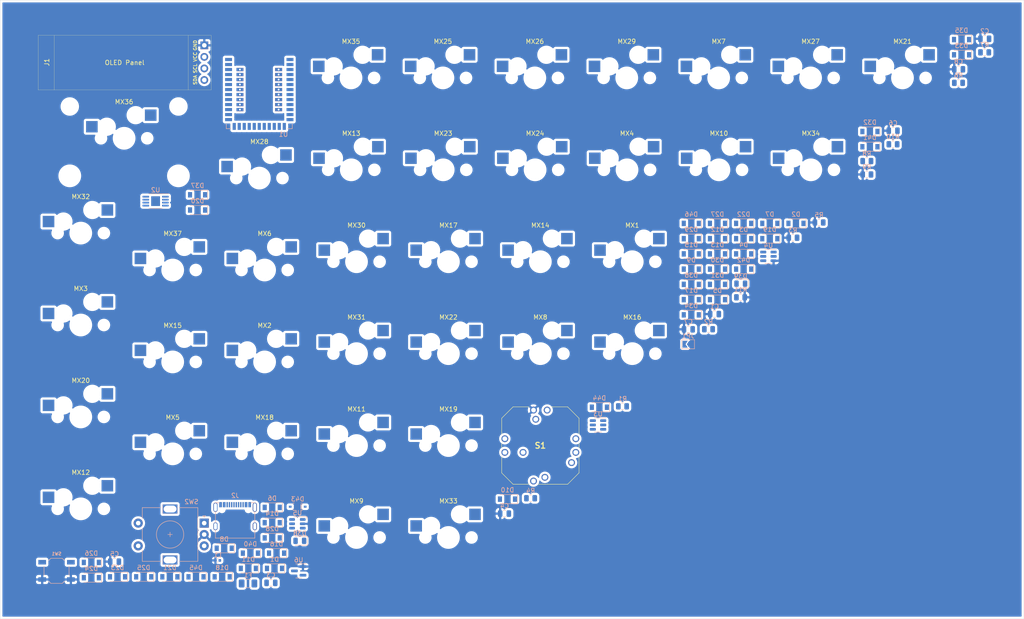
<source format=kicad_pcb>
(kicad_pcb (version 20211014) (generator pcbnew)
  (layers (0 "F.Cu" signal) (31 "B.Cu" signal) (34 "B.Paste" user) (35 "F.Paste" user) (36 "B.SilkS" user "B.Silkscreen") (37 "F.SilkS" user "F.Silkscreen") (38 "B.Mask" user) (39 "F.Mask" user) (44 "Edge.Cuts" user))
  (net 0 "")
  (net 1 "+5V")
  (net 2 "GND")
  (net 3 "Net-(C3-Pad1)")
  (net 4 "BAT-")
  (net 5 "BAT+")
  (net 6 "+3.3V")
  (net 7 "row_5")
  (net 8 "Net-(D1-Pad2)")
  (net 9 "row_4")
  (net 10 "Net-(D2-Pad2)")
  (net 11 "row_3")
  (net 12 "Net-(D3-Pad2)")
  (net 13 "row_2")
  (net 14 "Net-(D4-Pad2)")
  (net 15 "row_1")
  (net 16 "Net-(D5-Pad2)")
  (net 17 "row_0")
  (net 18 "Net-(D6-Pad2)")
  (net 19 "Net-(D7-Pad2)")
  (net 20 "Net-(D8-Pad2)")
  (net 21 "Net-(D9-Pad2)")
  (net 22 "Net-(D10-Pad2)")
  (net 23 "Net-(D11-Pad2)")
  (net 24 "Net-(D12-Pad2)")
  (net 25 "Net-(D13-Pad2)")
  (net 26 "Net-(D14-Pad2)")
  (net 27 "Net-(D15-Pad2)")
  (net 28 "Net-(D16-Pad2)")
  (net 29 "Net-(D17-Pad2)")
  (net 30 "Net-(D18-Pad2)")
  (net 31 "Net-(D19-Pad2)")
  (net 32 "Net-(D20-Pad2)")
  (net 33 "Net-(D21-Pad2)")
  (net 34 "Net-(D22-Pad2)")
  (net 35 "Net-(D23-Pad2)")
  (net 36 "Net-(D24-Pad2)")
  (net 37 "Net-(D25-Pad2)")
  (net 38 "Net-(D26-Pad2)")
  (net 39 "Net-(D27-Pad2)")
  (net 40 "Net-(D28-Pad2)")
  (net 41 "Net-(D29-Pad2)")
  (net 42 "Net-(D30-Pad2)")
  (net 43 "Net-(D31-Pad2)")
  (net 44 "Net-(D32-Pad2)")
  (net 45 "Net-(D33-Pad2)")
  (net 46 "Net-(D34-Pad2)")
  (net 47 "Net-(D35-Pad2)")
  (net 48 "Net-(D36-Pad2)")
  (net 49 "Net-(D37-Pad2)")
  (net 50 "Net-(D38-Pad1)")
  (net 51 "Net-(D39-Pad1)")
  (net 52 "Net-(D40-Pad2)")
  (net 53 "Net-(D41-Pad2)")
  (net 54 "Net-(D42-Pad2)")
  (net 55 "Net-(D44-Pad2)")
  (net 56 "Net-(D45-Pad2)")
  (net 57 "Net-(D46-Pad2)")
  (net 58 "VBUS")
  (net 59 "scl")
  (net 60 "sda")
  (net 61 "Net-(J2-PadA5)")
  (net 62 "D+")
  (net 63 "D-")
  (net 66 "Net-(JP1-Pad2)")
  (net 67 "GNDPWR")
  (net 68 "col_0")
  (net 69 "col_1")
  (net 70 "col_2")
  (net 71 "col_3")
  (net 72 "col_4")
  (net 73 "col_5")
  (net 74 "col_6")
  (net 75 "Net-(R1-Pad1)")
  (net 76 "Net-(R2-Pad1)")
  (net 77 "Net-(R3-Pad1)")
  (net 78 "Net-(J2-PadB5)")
  (net 79 "Net-(R9-Pad1)")
  (net 80 "VSENSE")
  (net 81 "encoder_bottom_A")
  (net 82 "encoder_bottom_B")
  (net 84 "reset")
  (net 85 "encoder_top_A")
  (net 86 "encoder_top_B")
  (net 87 "col_7")
  (net 106 "vbus")
  (net 107 "d-")
  (net 108 "d+")
  (net 115 "swdclk")
  (net 116 "swdio")
  (net 140 "Net-(U3-Pad1)")
  (net 141 "Net-(U3-Pad3)")
  (footprint "MX:MXOnly-1U-Hotswap" (layer "F.Cu") (at 238.2 44.555)
    (fp_text reference "MX21" (at 7.115 -5.46 unlocked) (layer "F.SilkS"))
    (fp_text value "MX-NoLED")
    (pad "" np_thru_hole circle (at 12.195 2.54 48.0996) (size 1.75 1.75) (drill 1.75) (layers *.Cu *.Mask))
    (pad "" np_thru_hole circle (at 3.305 0) (size 3 3) (drill 3) (layers *.Cu *.Mask))
    (pad "" np_thru_hole circle (at 7.115 2.54) (size 3.9878 3.9878) (drill 3.9878) (layers *.Cu *.Mask))
    (pad "" np_thru_hole circle (at 2.035 2.54 48.0996) (size 1.75 1.75) (drill 1.75) (layers *.Cu *.Mask))
    (pad "" np_thru_hole circle (at 9.655 -2.54) (size 3 3) (drill 3) (layers *.Cu *.Mask))
    (pad "1" smd rect (at 0.03 0) (size 2.55 2.5) (layers "B.Cu" "B.Paste" "B.Mask") (net 71 "col_3"))
    (pad "2" smd rect (at 12.957 -2.54) (size 2.55 2.5) (layers "B.Cu" "B.Paste" "B.Mask") (net 33 "Net-(D21-Pad2)"))
  )
  (footprint "MX:MXOnly-1U-Hotswap" (layer "F.Cu") (at 138.41 84.955)
    (fp_text reference "MX17" (at 7.115 -5.46 unlocked) (layer "F.SilkS"))
    (fp_text value "MX-NoLED")
    (pad "" np_thru_hole circle (at 2.035 2.54 48.0996) (size 1.75 1.75) (drill 1.75) (layers *.Cu *.Mask))
    (pad "" np_thru_hole circle (at 3.305 0) (size 3 3) (drill 3) (layers *.Cu *.Mask))
    (pad "" np_thru_hole circle (at 9.655 -2.54) (size 3 3) (drill 3) (layers *.Cu *.Mask))
    (pad "" np_thru_hole circle (at 7.115 2.54) (size 3.9878 3.9878) (drill 3.9878) (layers *.Cu *.Mask))
    (pad "" np_thru_hole circle (at 12.195 2.54 48.0996) (size 1.75 1.75) (drill 1.75) (layers *.Cu *.Mask))
    (pad "1" smd rect (at 0.03 0) (size 2.55 2.5) (layers "B.Cu" "B.Paste" "B.Mask") (net 70 "col_2"))
    (pad "2" smd rect (at 12.957 -2.54) (size 2.55 2.5) (layers "B.Cu" "B.Paste" "B.Mask") (net 29 "Net-(D17-Pad2)"))
  )
  (footprint "MX:MXOnly-1U-Hotswap" (layer "F.Cu") (at 98.01 106.975)
    (fp_text reference "MX2" (at 7.115 -5.46 unlocked) (layer "F.SilkS"))
    (fp_text value "MX-NoLED")
    (pad "" np_thru_hole circle (at 2.035 2.54 48.0996) (size 1.75 1.75) (drill 1.75) (layers *.Cu *.Mask))
    (pad "" np_thru_hole circle (at 12.195 2.54 48.0996) (size 1.75 1.75) (drill 1.75) (layers *.Cu *.Mask))
    (pad "" np_thru_hole circle (at 9.655 -2.54) (size 3 3) (drill 3) (layers *.Cu *.Mask))
    (pad "" np_thru_hole circle (at 3.305 0) (size 3 3) (drill 3) (layers *.Cu *.Mask))
    (pad "" np_thru_hole circle (at 7.115 2.54) (size 3.9878 3.9878) (drill 3.9878) (layers *.Cu *.Mask))
    (pad "1" smd rect (at 0.03 0) (size 2.55 2.5) (layers "B.Cu" "B.Paste" "B.Mask") (net 68 "col_0"))
    (pad "2" smd rect (at 12.957 -2.54) (size 2.55 2.5) (layers "B.Cu" "B.Paste" "B.Mask") (net 10 "Net-(D2-Pad2)"))
  )
  (footprint "MX:MXOnly-1U-Hotswap" (layer "F.Cu") (at 57.61 139.265)
    (fp_text reference "MX12" (at 7.115 -5.46 unlocked) (layer "F.SilkS"))
    (fp_text value "MX-NoLED")
    (pad "" np_thru_hole circle (at 7.115 2.54) (size 3.9878 3.9878) (drill 3.9878) (layers *.Cu *.Mask))
    (pad "" np_thru_hole circle (at 12.195 2.54 48.0996) (size 1.75 1.75) (drill 1.75) (layers *.Cu *.Mask))
    (pad "" np_thru_hole circle (at 9.655 -2.54) (size 3 3) (drill 3) (layers *.Cu *.Mask))
    (pad "" np_thru_hole circle (at 3.305 0) (size 3 3) (drill 3) (layers *.Cu *.Mask))
    (pad "" np_thru_hole circle (at 2.035 2.54 48.0996) (size 1.75 1.75) (drill 1.75) (layers *.Cu *.Mask))
    (pad "1" smd rect (at 0.03 0) (size 2.55 2.5) (layers "B.Cu" "B.Paste" "B.Mask") (net 69 "col_1"))
    (pad "2" smd rect (at 12.957 -2.54) (size 2.55 2.5) (layers "B.Cu" "B.Paste" "B.Mask") (net 24 "Net-(D12-Pad2)"))
  )
  (footprint "MX:MXOnly-1U-Hotswap" (layer "F.Cu") (at 197.86 64.755)
    (fp_text reference "MX10" (at 7.115 -5.46 unlocked) (layer "F.SilkS"))
    (fp_text value "MX-NoLED")
    (pad "" np_thru_hole circle (at 3.305 0) (size 3 3) (drill 3) (layers *.Cu *.Mask))
    (pad "" np_thru_hole circle (at 12.195 2.54 48.0996) (size 1.75 1.75) (drill 1.75) (layers *.Cu *.Mask))
    (pad "" np_thru_hole circle (at 2.035 2.54 48.0996) (size 1.75 1.75) (drill 1.75) (layers *.Cu *.Mask))
    (pad "" np_thru_hole circle (at 7.115 2.54) (size 3.9878 3.9878) (drill 3.9878) (layers *.Cu *.Mask))
    (pad "" np_thru_hole circle (at 9.655 -2.54) (size 3 3) (drill 3) (layers *.Cu *.Mask))
    (pad "1" smd rect (at 0.03 0) (size 2.55 2.5) (layers "B.Cu" "B.Paste" "B.Mask") (net 69 "col_1"))
    (pad "2" smd rect (at 12.957 -2.54) (size 2.55 2.5) (layers "B.Cu" "B.Paste" "B.Mask") (net 22 "Net-(D10-Pad2)"))
  )
  (footprint "KiCad-SSD1306-0.91-OLED-4pin-128x32:SSD1306-0.91-OLED-4pin-128x32" (layer "F.Cu") (at 55.375 37.745)
    (fp_text reference "J1" (at 1.9 5.91 90) (layer "F.SilkS"))
    (fp_text value "Conn_01x04_Male")
    (fp_text user "GND" (at 34.5 2.19 90) (layer "F.SilkS") (effects (font (size 0.75 0.75))))
    (fp_text user "VCC" (at 34.5 4.73 90) (layer "F.SilkS") (effects (font (size 0.75 0.75))))
    (fp_text user "OLED Panel" (at 19 6) (layer "F.SilkS"))
    (fp_text user "SDA" (at 34.5 9.81 90) (layer "F.SilkS") (effects (font (size 0.75 0.75))))
    (fp_text user "SCL" (at 34.5 7.27 90) (layer "F.SilkS") (effects (font (size 0.75 0.75))))
    (pad "1" thru_hole rect locked (at 36.5 2.19) (size 1.7 1.7) (drill 1) (layers *.Cu *.Mask) (net 2 "GND"))
    (pad "2" thru_hole oval locked (at 36.5 4.73) (size 1.7 1.7) (drill 1) (layers *.Cu *.Mask) (net 1 "+5V"))
    (pad "3" thru_hole oval locked (at 36.5 7.27) (size 1.7 1.7) (drill 1) (layers *.Cu *.Mask) (net 59 "scl"))
    (pad "4" thru_hole oval locked (at 36.5 9.81) (size 1.7 1.7) (drill 1) (layers *.Cu *.Mask) (net 60 "sda"))
  )
  (footprint "MX:MXOnly-1U-Hotswap" (layer "F.Cu") (at 98.01 127.175)
    (fp_text reference "MX18" (at 7.115 -5.46 unlocked) (layer "F.SilkS"))
    (fp_text value "MX-NoLED")
    (pad "" np_thru_hole circle (at 7.115 2.54) (size 3.9878 3.9878) (drill 3.9878) (layers *.Cu *.Mask))
    (pad "" np_thru_hole circle (at 12.195 2.54 48.0996) (size 1.75 1.75) (drill 1.75) (layers *.Cu *.Mask))
    (pad "" np_thru_hole circle (at 2.035 2.54 48.0996) (size 1.75 1.75) (drill 1.75) (layers *.Cu *.Mask))
    (pad "" np_thru_hole circle (at 3.305 0) (size 3 3) (drill 3) (layers *.Cu *.Mask))
    (pad "" np_thru_hole circle (at 9.655 -2.54) (size 3 3) (drill 3) (layers *.Cu *.Mask))
    (pad "1" smd rect (at 0.03 0) (size 2.55 2.5) (layers "B.Cu" "B.Paste" "B.Mask") (net 70 "col_2"))
    (pad "2" smd rect (at 12.957 -2.54) (size 2.55 2.5) (layers "B.Cu" "B.Paste" "B.Mask") (net 30 "Net-(D18-Pad2)"))
  )
  (footprint "MX:MXOnly-1U-Hotswap" (layer "F.Cu") (at 138.41 145.555)
    (fp_text reference "MX33" (at 7.115 -5.46 unlocked) (layer "F.SilkS"))
    (fp_text value "MX-NoLED")
    (pad "" np_thru_hole circle (at 9.655 -2.54) (size 3 3) (drill 3) (layers *.Cu *.Mask))
    (pad "" np_thru_hole circle (at 7.115 2.54) (size 3.9878 3.9878) (drill 3.9878) (layers *.Cu *.Mask))
    (pad "" np_thru_hole circle (at 2.035 2.54 48.0996) (size 1.75 1.75) (drill 1.75) (layers *.Cu *.Mask))
    (pad "" np_thru_hole circle (at 3.305 0) (size 3 3) (drill 3) (layers *.Cu *.Mask))
    (pad "" np_thru_hole circle (at 12.195 2.54 48.0996) (size 1.75 1.75) (drill 1.75) (layers *.Cu *.Mask))
    (pad "1" smd rect (at 0.03 0) (size 2.55 2.5) (layers "B.Cu" "B.Paste" "B.Mask") (net 73 "col_5"))
    (pad "2" smd rect (at 12.957 -2.54) (size 2.55 2.5) (layers "B.Cu" "B.Paste" "B.Mask") (net 45 "Net-(D33-Pad2)"))
  )
  (footprint "MX:MXOnly-1U-Hotswap" (layer "F.Cu") (at 177.6 44.555)
    (fp_text reference "MX29" (at 7.115 -5.46 unlocked) (layer "F.SilkS"))
    (fp_text value "MX-NoLED")
    (pad "" np_thru_hole circle (at 3.305 0) (size 3 3) (drill 3) (layers *.Cu *.Mask))
    (pad "" np_thru_hole circle (at 12.195 2.54 48.0996) (size 1.75 1.75) (drill 1.75) (layers *.Cu *.Mask))
    (pad "" np_thru_hole circle (at 2.035 2.54 48.0996) (size 1.75 1.75) (drill 1.75) (layers *.Cu *.Mask))
    (pad "" np_thru_hole circle (at 9.655 -2.54) (size 3 3) (drill 3) (layers *.Cu *.Mask))
    (pad "" np_thru_hole circle (at 7.115 2.54) (size 3.9878 3.9878) (drill 3.9878) (layers *.Cu *.Mask))
    (pad "1" smd rect (at 0.03 0) (size 2.55 2.5) (layers "B.Cu" "B.Paste" "B.Mask") (net 72 "col_4"))
    (pad "2" smd rect (at 12.957 -2.54) (size 2.55 2.5) (layers "B.Cu" "B.Paste" "B.Mask") (net 41 "Net-(D29-Pad2)"))
  )
  (footprint "MX:MXOnly-1U-Hotswap" (layer "F.Cu") (at 118.21 145.555)
    (fp_text reference "MX9" (at 7.115 -5.46 unlocked) (layer "F.SilkS"))
    (fp_text value "MX-NoLED")
    (pad "" np_thru_hole circle (at 9.655 -2.54) (size 3 3) (drill 3) (layers *.Cu *.Mask))
    (pad "" np_thru_hole circle (at 12.195 2.54 48.0996) (size 1.75 1.75) (drill 1.75) (layers *.Cu *.Mask))
    (pad "" np_thru_hole circle (at 7.115 2.54) (size 3.9878 3.9878) (drill 3.9878) (layers *.Cu *.Mask))
    (pad "" np_thru_hole circle (at 3.305 0) (size 3 3) (drill 3) (layers *.Cu *.Mask))
    (pad "" np_thru_hole circle (at 2.035 2.54 48.0996) (size 1.75 1.75) (drill 1.75) (layers *.Cu *.Mask))
    (pad "1" smd rect (at 0.03 0) (size 2.55 2.5) (layers "B.Cu" "B.Paste" "B.Mask") (net 69 "col_1"))
    (pad "2" smd rect (at 12.957 -2.54) (size 2.55 2.5) (layers "B.Cu" "B.Paste" "B.Mask") (net 21 "Net-(D9-Pad2)"))
  )
  (footprint "MX:MXOnly-1U-Hotswap" (layer "F.Cu") (at 157.4 44.555)
    (fp_text reference "MX26" (at 7.115 -5.46 unlocked) (layer "F.SilkS"))
    (fp_text value "MX-NoLED")
    (pad "" np_thru_hole circle (at 7.115 2.54) (size 3.9878 3.9878) (drill 3.9878) (layers *.Cu *.Mask))
    (pad "" np_thru_hole circle (at 12.195 2.54 48.0996) (size 1.75 1.75) (drill 1.75) (layers *.Cu *.Mask))
    (pad "" np_thru_hole circle (at 3.305 0) (size 3 3) (drill 3) (layers *.Cu *.Mask))
    (pad "" np_thru_hole circle (at 9.655 -2.54) (size 3 3) (drill 3) (layers *.Cu *.Mask))
    (pad "" np_thru_hole circle (at 2.035 2.54 48.0996) (size 1.75 1.75) (drill 1.75) (layers *.Cu *.Mask))
    (pad "1" smd rect (at 0.03 0) (size 2.55 2.5) (layers "B.Cu" "B.Paste" "B.Mask") (net 72 "col_4"))
    (pad "2" smd rect (at 12.957 -2.54) (size 2.55 2.5) (layers "B.Cu" "B.Paste" "B.Mask") (net 38 "Net-(D26-Pad2)"))
  )
  (footprint "MX:MXOnly-1U-Hotswap" (layer "F.Cu") (at 96.86 66.575)
    (fp_text reference "MX28" (at 7.115 -5.46 unlocked) (layer "F.SilkS"))
    (fp_text value "MX-NoLED")
    (pad "" np_thru_hole circle (at 2.035 2.54 48.0996) (size 1.75 1.75) (drill 1.75) (layers *.Cu *.Mask))
    (pad "" np_thru_hole circle (at 7.115 2.54) (size 3.9878 3.9878) (drill 3.9878) (layers *.Cu *.Mask))
    (pad "" np_thru_hole circle (at 3.305 0) (size 3 3) (drill 3) (layers *.Cu *.Mask))
    (pad "" np_thru_hole circle (at 9.655 -2.54) (size 3 3) (drill 3) (layers *.Cu *.Mask))
    (pad "" np_thru_hole circle (at 12.195 2.54 48.0996) (size 1.75 1.75) (drill 1.75) (layers *.Cu *.Mask))
    (pad "1" smd rect (at 0.03 0) (size 2.55 2.5) (layers "B.Cu" "B.Paste" "B.Mask") (net 72 "col_4"))
    (pad "2" smd rect (at 12.957 -2.54) (size 2.55 2.5) (layers "B.Cu" "B.Paste" "B.Mask") (net 40 "Net-(D28-Pad2)"))
  )
  (footprint "MX:MXOnly-1U-Hotswap" (layer "F.Cu") (at 118.21 125.355)
    (fp_text reference "MX11" (at 7.115 -5.46 unlocked) (layer "F.SilkS"))
    (fp_text value "MX-NoLED")
    (pad "" np_thru_hole circle (at 3.305 0) (size 3 3) (drill 3) (layers *.Cu *.Mask))
    (pad "" np_thru_hole circle (at 7.115 2.54) (size 3.9878 3.9878) (drill 3.9878) (layers *.Cu *.Mask))
    (pad "" np_thru_hole circle (at 2.035 2.54 48.0996) (size 1.75 1.75) (drill 1.75) (layers *.Cu *.Mask))
    (pad "" np_thru_hole circle (at 9.655 -2.54) (size 3 3) (drill 3) (layers *.Cu *.Mask))
    (pad "" np_thru_hole circle (at 12.195 2.54 48.0996) (size 1.75 1.75) (drill 1.75) (layers *.Cu *.Mask))
    (pad "1" smd rect (at 0.03 0) (size 2.55 2.5) (layers "B.Cu" "B.Paste" "B.Mask") (net 69 "col_1"))
    (pad "2" smd rect (at 12.957 -2.54) (size 2.55 2.5) (layers "B.Cu" "B.Paste" "B.Mask") (net 23 "Net-(D11-Pad2)"))
  )
  (footprint "MX:MXOnly-1U-Hotswap" (layer "F.Cu") (at 178.81 105.155)
    (fp_text reference "MX16" (at 7.115 -5.46 unlocked) (layer "F.SilkS"))
    (fp_text value "MX-NoLED")
    (pad "" np_thru_hole circle (at 9.655 -2.54) (size 3 3) (drill 3) (layers *.Cu *.Mask))
    (pad "" np_thru_hole circle (at 12.195 2.54 48.0996) (size 1.75 1.75) (drill 1.75) (layers *.Cu *.Mask))
    (pad "" np_thru_hole circle (at 2.035 2.54 48.0996) (size 1.75 1.75) (drill 1.75) (layers *.Cu *.Mask))
    (pad "" np_thru_hole circle (at 3.305 0) (size 3 3) (drill 3) (layers *.Cu *.Mask))
    (pad "" np_thru_hole circle (at 7.115 2.54) (size 3.9878 3.9878) (drill 3.9878) (layers *.Cu *.Mask))
    (pad "1" smd rect (at 0.03 0) (size 2.55 2.5) (layers "B.Cu" "B.Paste" "B.Mask") (net 70 "col_2"))
    (pad "2" smd rect (at 12.957 -2.54) (size 2.55 2.5) (layers "B.Cu" "B.Paste" "B.Mask") (net 28 "Net-(D16-Pad2)"))
  )
  (footprint "MX:MXOnly-1U-Hotswap" (layer "F.Cu") (at 158.61 105.155)
    (fp_text reference "MX8" (at 7.115 -5.46 unlocked) (layer "F.SilkS"))
    (fp_text value "MX-NoLED")
    (pad "" np_thru_hole circle (at 9.655 -2.54) (size 3 3) (drill 3) (layers *.Cu *.Mask))
    (pad "" np_thru_hole circle (at 3.305 0) (size 3 3) (drill 3) (layers *.Cu *.Mask))
    (pad "" np_thru_hole circle (at 2.035 2.54 48.0996) (size 1.75 1.75) (drill 1.75) (layers *.Cu *.Mask))
    (pad "" np_thru_hole circle (at 12.195 2.54 48.0996) (size 1.75 1.75) (drill 1.75) (layers *.Cu *.Mask))
    (pad "" np_thru_hole circle (at 7.115 2.54) (size 3.9878 3.9878) (drill 3.9878) (layers *.Cu *.Mask))
    (pad "1" smd rect (at 0.03 0) (size 2.55 2.5) (layers "B.Cu" "B.Paste" "B.Mask") (net 69 "col_1"))
    (pad "2" smd rect (at 12.957 -2.54) (size 2.55 2.5) (layers "B.Cu" "B.Paste" "B.Mask") (net 20 "Net-(D8-Pad2)"))
  )
  (footprint "MX:MXOnly-1U-Hotswap" (layer "F.Cu") (at 98.01 86.775)
    (fp_text reference "MX6" (at 7.115 -5.46 unlocked) (layer "F.SilkS"))
    (fp_text value "MX-NoLED")
    (pad "" np_thru_hole circle (at 7.115 2.54) (size 3.9878 3.9878) (drill 3.9878) (layers *.Cu *.Mask))
    (pad "" np_thru_hole circle (at 3.305 0) (size 3 3) (drill 3) (layers *.Cu *.Mask))
    (pad "" np_thru_hole circle (at 12.195 2.54 48.0996) (size 1.75 1.75) (drill 1.75) (layers *.Cu *.Mask))
    (pad "" np_thru_hole circle (at 2.035 2.54 48.0996) (size 1.75 1.75) (drill 1.75) (layers *.Cu *.Mask))
    (pad "" np_thru_hole circle (at 9.655 -2.54) (size 3 3) (drill 3) (layers *.Cu *.Mask))
    (pad "1" smd rect (at 0.03 0) (size 2.55 2.5) (layers "B.Cu" "B.Paste" "B.Mask") (net 68 "col_0"))
    (pad "2" smd rect (at 12.957 -2.54) (size 2.55 2.5) (layers "B.Cu" "B.Paste" "B.Mask") (net 18 "Net-(D6-Pad2)"))
  )
  (footprint "MX:MXOnly-1U-Hotswap" (layer "F.Cu") (at 178.81 84.955)
    (fp_text reference "MX1" (at 7.115 -5.46 unlocked) (layer "F.SilkS"))
    (fp_text value "MX-NoLED")
    (pad "" np_thru_hole circle (at 12.195 2.54 48.0996) (size 1.75 1.75) (drill 1.75) (layers *.Cu *.Mask))
    (pad "" np_thru_hole circle (at 2.035 2.54 48.0996) (size 1.75 1.75) (drill 1.75) (layers *.Cu *.Mask))
    (pad "" np_thru_hole circle (at 9.655 -2.54) (size 3 3) (drill 3) (layers *.Cu *.Mask))
    (pad "" np_thru_hole circle (at 7.115 2.54) (size 3.9878 3.9878) (drill 3.9878) (layers *.Cu *.Mask))
    (pad "" np_thru_hole circle (at 3.305 0) (size 3 3) (drill 3) (layers *.Cu *.Mask))
    (pad "1" smd rect (at 0.03 0) (size 2.55 2.5) (layers "B.Cu" "B.Paste" "B.Mask") (net 68 "col_0"))
    (pad "2" smd rect (at 12.957 -2.54) (size 2.55 2.5) (layers "B.Cu" "B.Paste" "B.Mask") (net 8 "Net-(D1-Pad2)"))
  )
  (footprint "MX:MXOnly-1U-Hotswap" (layer "F.Cu") (at 57.61 98.865)
    (fp_text reference "MX3" (at 7.115 -5.46 unlocked) (layer "F.SilkS"))
    (fp_text value "MX-NoLED")
    (pad "" np_thru_hole circle (at 7.115 2.54) (size 3.9878 3.9878) (drill 3.9878) (layers *.Cu *.Mask))
    (pad "" np_thru_hole circle (at 3.305 0) (size 3 3) (drill 3) (layers *.Cu *.Mask))
    (pad "" np_thru_hole circle (at 9.655 -2.54) (size 3 3) (drill 3) (layers *.Cu *.Mask))
    (pad "" np_thru_hole circle (at 2.035 2.54 48.0996) (size 1.75 1.75) (drill 1.75) (layers *.Cu *.Mask))
    (pad "" np_thru_hole circle (at 12.195 2.54 48.0996) (size 1.75 1.75) (drill 1.75) (layers *.Cu *.Mask))
    (pad "1" smd rect (at 0.03 0) (size 2.55 2.5) (layers "B.Cu" "B.Paste" "B.Mask") (net 68 "col_0"))
    (pad "2" smd rect (at 12.957 -2.54) (size 2.55 2.5) (layers "B.Cu" "B.Paste" "B.Mask") (net 12 "Net-(D3-Pad2)"))
  )
  (footprint "MX:MXOnly-1U-Hotswap" (layer "F.Cu") (at 118.21 84.955)
    (fp_text reference "MX30" (at 7.115 -5.46 unlocked) (layer "F.SilkS"))
    (fp_text value "MX-NoLED")
    (pad "" np_thru_hole circle (at 12.195 2.54 48.0996) (size 1.75 1.75) (drill 1.75) (layers *.Cu *.Mask))
    (pad "" np_thru_hole circle (at 3.305 0) (size 3 3) (drill 3) (layers *.Cu *.Mask))
    (pad "" np_thru_hole circle (at 9.655 -2.54) (size 3 3) (drill 3) (layers *.Cu *.Mask))
    (pad "" np_thru_hole circle (at 7.115 2.54) (size 3.9878 3.9878) (drill 3.9878) (layers *.Cu *.Mask))
    (pad "" np_thru_hole circle (at 2.035 2.54 48.0996) (size 1.75 1.75) (drill 1.75) (layers *.Cu *.Mask))
    (pad "1" smd rect (at 0.03 0) (size 2.55 2.5) (layers "B.Cu" "B.Paste" "B.Mask") (net 72 "col_4"))
    (pad "2" smd rect (at 12.957 -2.54) (size 2.55 2.5) (layers "B.Cu" "B.Paste" "B.Mask") (net 42 "Net-(D30-Pad2)"))
  )
  (footprint "MX:MXOnly-1U-Hotswap" (layer "F.Cu") (at 197.8 44.555)
    (fp_text reference "MX7" (at 7.115 -5.46 unlocked) (layer "F.SilkS"))
    (fp_text value "MX-NoLED")
    (pad "" np_thru_hole circle (at 3.305 0) (size 3 3) (drill 3) (layers *.Cu *.Mask))
    (pad "" np_thru_hole circle (at 9.655 -2.54) (size 3 3) (drill 3) (layers *.Cu *.Mask))
    (pad "" np_thru_hole circle (at 2.035 2.54 48.0996) (size 1.75 1.75) (drill 1.75) (layers *.Cu *.Mask))
    (pad "" np_thru_hole circle (at 7.115 2.54) (size 3.9878 3.9878) (drill 3.9878) (layers *.Cu *.Mask))
    (pad "" np_thru_hole circle (at 12.195 2.54 48.0996) (size 1.75 1.75) (drill 1.75) (layers *.Cu *.Mask))
    (pad "1" smd rect (at 0.03 0) (size 2.55 2.5) (layers "B.Cu" "B.Paste" "B.Mask") (net 69 "col_1"))
    (pad "2" smd rect (at 12.957 -2.54) (size 2.55 2.5) (layers "B.Cu" "B.Paste" "B.Mask") (net 19 "Net-(D7-Pad2)"))
  )
  (footprint "MX:MXOnly-1U-Hotswap" (layer "F.Cu") (at 137.2 44.555)
    (fp_text reference "MX25" (at 7.115 -5.46 unlocked) (layer "F.SilkS"))
    (fp_text value "MX-NoLED")
    (pad "" np_thru_hole circle (at 12.195 2.54 48.0996) (size 1.75 1.75) (drill 1.75) (layers *.Cu *.Mask))
    (pad "" np_thru_hole circle (at 7.115 2.54) (size 3.9878 3.9878) (drill 3.9878) (layers *.Cu *.Mask))
    (pad "" np_thru_hole circle (at 9.655 -2.54) (size 3 3) (drill 3) (layers *.Cu *.Mask))
    (pad "" np_thru_hole circle (at 3.305 0) (size 3 3) (drill 3) (layers *.Cu *.Mask))
    (pad "" np_thru_hole circle (at 2.035 2.54 48.0996) (size 1.75 1.75) (drill 1.75) (layers *.Cu *.Mask))
    (pad "1" smd rect (at 0.03 0) (size 2.55 2.5) (layers "B.Cu" "B.Paste" "B.Mask") (net 72 "col_4"))
    (pad "2" smd rect (at 12.957 -2.54) (size 2.55 2.5) (layers "B.Cu" "B.Paste" "B.Mask") (net 37 "Net-(D25-Pad2)"))
  )
  (footprint "MX:MXOnly-1U-Hotswap" (layer "F.Cu") (at 218 44.555)
    (fp_text reference "MX27" (at 7.115 -5.46 unlocked) (layer "F.SilkS"))
    (fp_text value "MX-NoLED")
    (pad "" np_thru_hole circle (at 2.035 2.54 48.0996) (size 1.75 1.75) (drill 1.75) (layers *.Cu *.Mask))
    (pad "" np_thru_hole circle (at 9.655 -2.54) (size 3 3) (drill 3) (layers *.Cu *.Mask))
    (pad "" np_thru_hole circle (at 7.115 2.54) (size 3.9878 3.9878) (drill 3.9878) (layers *.Cu *.Mask))
    (pad "" np_thru_hole circle (at 3.305 0) (size 3 3) (drill 3) (layers *.Cu *.Mask))
    (pad "" np_thru_hole circle (at 12.195 2.54 48.0996) (size 1.75 1.75) (drill 1.75) (layers *.Cu *.Mask))
    (pad "1" smd rect (at 0.03 0) (size 2.55 2.5) (layers "B.Cu" "B.Paste" "B.Mask") (net 72 "col_4"))
    (pad "2" smd rect (at 12.957 -2.54) (size 2.55 2.5) (layers "B.Cu" "B.Paste" "B.Mask") (net 39 "Net-(D27-Pad2)"))
  )
  (footprint "MX:MXOnly-1U-Hotswap" (layer "F.Cu") (at 138.41 105.155)
    (fp_text reference "MX22" (at 7.115 -5.46 unlocked) (layer "F.SilkS"))
    (fp_text value "MX-NoLED")
    (pad "" np_thru_hole circle (at 3.305 0) (size 3 3) (drill 3) (layers *.Cu *.Mask))
    (pad "" np_thru_hole circle (at 12.195 2.54 48.0996) (size 1.75 1.75) (drill 1.75) (layers *.Cu *.Mask))
    (pad "" np_thru_hole circle (at 7.115 2.54) (size 3.9878 3.9878) (drill 3.9878) (layers *.Cu *.Mask))
    (pad "" np_thru_hole circle (at 9.655 -2.54) (size 3 3) (drill 3) (layers *.Cu *.Mask))
    (pad "" np_thru_hole circle (at 2.035 2.54 48.0996) (size 1.75 1.75) (drill 1.75) (layers *.Cu *.Mask))
    (pad "1" smd rect (at 0.03 0) (size 2.55 2.5) (layers "B.Cu" "B.Paste" "B.Mask") (net 71 "col_3"))
    (pad "2" smd rect (at 12.957 -2.54) (size 2.55 2.5) (layers "B.Cu" "B.Paste" "B.Mask") (net 34 "Net-(D22-Pad2)"))
  )
  (footprint "MX:MXOnly-1U-Hotswap" (layer "F.Cu") (at 117.06 64.755)
    (fp_text reference "MX13" (at 7.115 -5.46 unlocked) (layer "F.SilkS"))
    (fp_text value "MX-NoLED")
    (pad "" np_thru_hole circle (at 7.115 2.54) (size 3.9878 3.9878) (drill 3.9878) (layers *.Cu *.Mask))
    (pad "" np_thru_hole circle (at 3.305 0) (size 3 3) (drill 3) (layers *.Cu *.Mask))
    (pad "" np_thru_hole circle (at 12.195 2.54 48.0996) (size 1.75 1.75) (drill 1.75) (layers *.Cu *.Mask))
    (pad "" np_thru_hole circle (at 2.035 2.54 48.0996) (size 1.75 1.75) (drill 1.75) (layers *.Cu *.Mask))
    (pad "" np_thru_hole circle (at 9.655 -2.54) (size 3 3) (drill 3) (layers *.Cu *.Mask))
    (pad "1" smd rect (at 0.03 0) (size 2.55 2.5) (layers "B.Cu" "B.Paste" "B.Mask") (net 70 "col_2"))
    (pad "2" smd rect (at 12.957 -2.54) (size 2.55 2.5) (layers "B.Cu" "B.Paste" "B.Mask") (net 25 "Net-(D13-Pad2)"))
  )
  (footprint "MX:MXOnly-1U-Hotswap" (layer "F.Cu") (at 158.61 84.955)
    (fp_text reference "MX14" (at 7.115 -5.46 unlocked) (layer "F.SilkS"))
    (fp_text value "MX-NoLED")
    (pad "" np_thru_hole circle (at 7.115 2.54) (size 3.9878 3.9878) (drill 3.9878) (layers *.Cu *.Mask))
    (pad "" np_thru_hole circle (at 2.035 2.54 48.0996) (size 1.75 1.75) (drill 1.75) (layers *.Cu *.Mask))
    (pad "" np_thru_hole circle (at 12.195 2.54 48.0996) (size 1.75 1.75) (drill 1.75) (layers *.Cu *.Mask))
    (pad "" np_thru_hole circle (at 3.305 0) (size 3 3) (drill 3) (layers *.Cu *.Mask))
    (pad "" np_thru_hole circle (at 9.655 -2.54) (size 3 3) (drill 3) (layers *.Cu *.Mask))
    (pad "1" smd rect (at 0.03 0) (size 2.55 2.5) (layers "B.Cu" "B.Paste" "B.Mask") (net 70 "col_2"))
    (pad "2" smd rect (at 12.957 -2.54) (size 2.55 2.5) (layers "B.Cu" "B.Paste" "B.Mask") (net 26 "Net-(D14-Pad2)"))
  )
  (footprint "MX:MXOnly-1U-Hotswap" (layer "F.Cu") (at 177.66 64.755)
    (fp_text reference "MX4" (at 7.115 -5.46 unlocked) (layer "F.SilkS"))
    (fp_text value "MX-NoLED")
    (pad "" np_thru_hole circle (at 9.655 -2.54) (size 3 3) (drill 3) (layers *.Cu *.Mask))
    (pad "" np_thru_hole circle (at 2.035 2.54 48.0996) (size 1.75 1.75) (drill 1.75) (layers *.Cu *.Mask))
    (pad "" np_thru_hole circle (at 12.195 2.54 48.0996) (size 1.75 1.75) (drill 1.75) (layers *.Cu *.Mask))
    (pad "" np_thru_hole circle (at 7.115 2.54) (size 3.9878 3.9878) (drill 3.9878) (layers *.Cu *.Mask))
    (pad "" np_thru_hole circle (at 3.305 0) (size 3 3) (drill 3) (layers *.Cu *.Mask))
    (pad "1" smd rect (at 0.03 0) (size 2.55 2.5) (layers "B.Cu" "B.Paste" "B.Mask") (net 68 "col_0"))
    (pad "2" smd rect (at 12.957 -2.54) (size 2.55 2.5) (layers "B.Cu" "B.Paste" "B.Mask") (net 14 "Net-(D4-Pad2)"))
  )
  (footprint "MX:MXOnly-1U-Hotswap" (layer "F.Cu") (at 118.21 105.155)
    (fp_text reference "MX31" (at 7.115 -5.46 unlocked) (layer "F.SilkS"))
    (fp_text value "MX-NoLED")
    (pad "" np_thru_hole circle (at 9.655 -2.54) (size 3 3) (drill 3) (layers *.Cu *.Mask))
    (pad "" np_thru_hole circle (at 2.035 2.54 48.0996) (size 1.75 1.75) (drill 1.75) (layers *.Cu *.Mask))
    (pad "" np_thru_hole circle (at 12.195 2.54 48.0996) (size 1.75 1.75) (drill 1.75) (layers *.Cu *.Mask))
    (pad "" np_thru_hole circle (at 7.115 2.54) (size 3.9878 3.9878) (drill 3.9878) (layers *.Cu *.Mask))
    (pad "" np_thru_hole circle (at 3.305 0) (size 3 3) (drill 3) (layers *.Cu *.Mask))
    (pad "1" smd rect (at 0.03 0) (size 2.55 2.5) (layers "B.Cu" "B.Paste" "B.Mask") (net 73 "col_5"))
    (pad "2" smd rect (at 12.957 -2.54) (size 2.55 2.5) (layers "B.Cu" "B.Paste" "B.Mask") (net 43 "Net-(D31-Pad2)"))
  )
  (footprint "MX:MXOnly-1U-Hotswap" (layer "F.Cu") (at 57.61 78.665)
    (fp_text reference "MX32" (at 7.115 -5.46 unlocked) (layer "F.SilkS"))
    (fp_text value "MX-NoLED")
    (pad "" np_thru_hole circle (at 7.115 2.54) (size 3.9878 3.9878) (drill 3.9878) (layers *.Cu *.Mask))
    (pad "" np_thru_hole circle (at 12.195 2.54 48.0996) (size 1.75 1.75) (drill 1.75) (layers *.Cu *.Mask))
    (pad "" np_thru_hole circle (at 9.655 -2.54) (size 3 3) (drill 3) (layers *.Cu *.Mask))
    (pad "" np_thru_hole circle (at 2.035 2.54 48.0996) (size 1.75 1.75) (drill 1.75) (layers *.Cu *.Mask))
    (pad "" np_thru_hole circle (at 3.305 0) (size 3 3) (drill 3) (layers *.Cu *.Mask))
    (pad "1" smd rect (at 0.03 0) (size 2.55 2.5) (layers "B.Cu" "B.Paste" "B.Mask") (net 73 "col_5"))
    (pad "2" smd rect (at 12.957 -2.54) (size 2.55 2.5) (layers "B.Cu" "B.Paste" "B.Mask") (net 44 "Net-(D32-Pad2)"))
  )
  (footprint "MX:MXOnly-1U-Hotswap" (layer "F.Cu") (at 57.61 119.065)
    (fp_text reference "MX20" (at 7.115 -5.46 unlocked) (layer "F.SilkS"))
    (fp_text value "MX-NoLED")
    (pad "" np_thru_hole circle (at 9.655 -2.54) (size 3 3) (drill 3) (layers *.Cu *.Mask))
    (pad "" np_thru_hole circle (at 12.195 2.54 48.0996) (size 1.75 1.75) (drill 1.75) (layers *.Cu *.Mask))
    (pad "" np_thru_hole circle (at 3.305 0) (size 3 3) (drill 3) (layers *.Cu *.Mask))
    (pad "" np_thru_hole circle (at 2.035 2.54 48.0996) (size 1.75 1.75) (drill 1.75) (layers *.Cu *.Mask))
    (pad "" np_thru_hole circle (at 7.115 2.54) (size 3.9878 3.9878) (drill 3.9878) (layers *.Cu *.Mask))
    (pad "1" smd rect (at 0.03 0) (size 2.55 2.5) (layers "B.Cu" "B.Paste" "B.Mask") (net 71 "col_3"))
    (pad "2" smd rect (at 12.957 -2.54) (size 2.55 2.5) (layers "B.Cu" "B.Paste" "B.Mask") (net 32 "Net-(D20-Pad2)"))
  )
  (footprint "MX:MXOnly-1U-Hotswap" (layer "F.Cu") (at 157.46 64.755)
    (fp_text reference "MX24" (at 7.115 -5.46 unlocked) (layer "F.SilkS"))
    (fp_text value "MX-NoLED")
    (pad "" np_thru_hole circle (at 3.305 0) (size 3 3) (drill 3) (layers *.Cu *.Mask))
    (pad "" np_thru_hole circle (at 7.115 2.54) (size 3.9878 3.9878) (drill 3.9878) (layers *.Cu *.Mask))
    (pad "" np_thru_hole circle (at 2.035 2.54 48.0996) (size 1.75 1.75) (drill 1.75) (layers *.Cu *.Mask))
    (pad "" np_thru_hole circle (at 12.195 2.54 48.0996) (size 1.75 1.75) (drill 1.75) (layers *.Cu *.Mask))
    (pad "" np_thru_hole circle (at 9.655 -2.54) (size 3 3) (drill 3) (layers *.Cu *.Mask))
    (pad "1" smd rect (at 0.03 0) (size 2.55 2.5) (layers "B.Cu" "B.Paste" "B.Mask") (net 71 "col_3"))
    (pad "2" smd rect (at 12.957 -2.54) (size 2.55 2.5) (layers "B.Cu" "B.Paste" "B.Mask") (net 36 "Net-(D24-Pad2)"))
  )
  (footprint "MX:MXOnly-1U-Hotswap" (layer "F.Cu") (at 77.81 127.175)
    (fp_text reference "MX5" (at 7.115 -5.46 unlocked) (layer "F.SilkS"))
    (fp_text value "MX-NoLED")
    (pad "" np_thru_hole circle (at 9.655 -2.54) (size 3 3) (drill 3) (layers *.Cu *.Mask))
    (pad "" np_thru_hole circle (at 2.035 2.54 48.0996) (size 1.75 1.75) (drill 1.75) (layers *.Cu *.Mask))
    (pad "" np_thru_hole circle (at 12.195 2.54 48.0996) (size 1.75 1.75) (drill 1.75) (layers *.Cu *.Mask))
    (pad "" np_thru_hole circle (at 7.115 2.54) (size 3.9878 3.9878) (drill 3.9878) (layers *.Cu *.Mask))
    (pad "" np_thru_hole circle (at 3.305 0) (size 3 3) (drill 3) (layers *.Cu *.Mask))
    (pad "1" smd rect (at 0.03 0) (size 2.55 2.5) (layers "B.Cu" "B.Paste" "B.Mask") (net 68 "col_0"))
    (pad "2" smd rect (at 12.957 -2.54) (size 2.55 2.5) (layers "B.Cu" "B.Paste" "B.Mask") (net 16 "Net-(D5-Pad2)"))
  )
  (footprint "MX:MXOnly-1U-Hotswap" (layer "F.Cu") (at 138.41 125.355)
    (fp_text reference "MX19" (at 7.115 -5.46 unlocked) (layer "F.SilkS"))
    (fp_text value "MX-NoLED")
    (pad "" np_thru_hole circle (at 9.655 -2.54) (size 3 3) (drill 3) (layers *.Cu *.Mask))
    (pad "" np_thru_hole circle (at 12.195 2.54 48.0996) (size 1.75 1.75) (drill 1.75) (layers *.Cu *.Mask))
    (pad "" np_thru_hole circle (at 3.305 0) (size 3 3) (drill 3) (layers *.Cu *.Mask))
    (pad "" np_thru_hole circle (at 7.115 2.54) (size 3.9878 3.9878) (drill 3.9878) (layers *.Cu *.Mask))
    (pad "" np_thru_hole circle (at 2.035 2.54 48.0996) (size 1.75 1.75) (drill 1.75) (layers *.Cu *.Mask))
    (pad "1" smd rect (at 0.03 0) (size 2.55 2.5) (layers "B.Cu" "B.Paste" "B.Mask") (net 71 "col_3"))
    (pad "2" smd rect (at 12.957 -2.54) (size 2.55 2.5) (layers "B.Cu" "B.Paste" "B.Mask") (net 31 "Net-(D19-Pad2)"))
  )
  (footprint "MX:MXOnly-1U-Hotswap" (layer "F.Cu") (at 77.81 86.775)
    (fp_text reference "MX37" (at 7.115 -5.46 unlocked) (layer "F.SilkS"))
    (fp_text value "MX-NoLED")
    (pad "" np_thru_hole circle (at 3.305 0) (size 3 3) (drill 3) (layers *.Cu *.Mask))
    (pad "" np_thru_hole circle (at 9.655 -2.54) (size 3 3) (drill 3) (layers *.Cu *.Mask))
    (pad "" np_thru_hole circle (at 7.115 2.54) (size 3.9878 3.9878) (drill 3.9878) (layers *.Cu *.Mask))
    (pad "" np_thru_hole circle (at 2.035 2.54 48.0996) (size 1.75 1.75) (drill 1.75) (layers *.Cu *.Mask))
    (pad "" np_thru_hole circle (at 12.195 2.54 48.0996) (size 1.75 1.75) (drill 1.75) (layers *.Cu *.Mask))
    (pad "1" smd rect (at 0.03 0) (size 2.55 2.5) (layers "B.Cu" "B.Paste" "B.Mask") (net 74 "col_6"))
    (pad "2" smd rect (at 12.957 -2.54) (size 2.55 2.5) (layers "B.Cu" "B.Paste" "B.Mask") (net 49 "Net-(D37-Pad2)"))
  )
  (footprint "MX:MXOnly-1U-Hotswap" (layer "F.Cu") (at 77.81 106.975)
    (fp_text reference "MX15" (at 7.115 -5.46 unlocked) (layer "F.SilkS"))
    (fp_text value "MX-NoLED")
    (pad "" np_thru_hole circle (at 7.115 2.54) (size 3.9878 3.9878) (drill 3.9878) (layers *.Cu *.Mask))
    (pad "" np_thru_hole circle (at 3.305 0) (size 3 3) (drill 3) (layers *.Cu *.Mask))
    (pad "" np_thru_hole circle (at 9.655 -2.54) (size 3 3) (drill 3) (layers *.Cu *.Mask))
    (pad "" np_thru_hole circle (at 12.195 2.54 48.0996) (size 1.75 1.75) (drill 1.75) (layers *.Cu *.Mask))
    (pad "" np_thru_hole circle (at 2.035 2.54 48.0996) (size 1.75 1.75) (drill 1.75) (layers *.Cu *.Mask))
    (pad "1" smd rect (at 0.03 0) (size 2.55 2.5) (layers "B.Cu" "B.Paste" "B.Mask") (net 70 "col_2"))
    (pad "2" smd rect (at 12.957 -2.54) (size 2.55 2.5) (layers "B.Cu" "B.Paste" "B.Mask") (net 27 "Net-(D15-Pad2)"))
  )
  (footprint "MX:MXOnly-2U-Hotswap" (layer "F.Cu") (at 67.165 57.825)
    (fp_text reference "MX36" (at 7.085 -5.46 unlocked) (layer "F.SilkS"))
    (fp_text value "MX-NoLED")
    (pad "" np_thru_hole circle (at 3.275 0) (size 3 3) (drill 3) (layers *.Cu *.Mask))
    (pad "" np_thru_hole circle (at 7.085 2.54) (size 3.9878 3.9878) (drill 3.9878) (layers *.Cu *.Mask))
    (pad "" np_thru_hole circle (at 19.023 -4.445) (size 3.048 3.048) (drill 3.048) (layers *.Cu *.Mask))
    (pad "" np_thru_hole circle (at -4.853 10.795) (size 3.9878 3.9878) (drill 3.9878) (layers *.Cu *.Mask))
    (pad "" np_thru_hole circle (at 12.165 2.54 48.0996) (size 1.75 1.75) (drill 1.75) (layers *.Cu *.Mask))
    (pad "" np_thru_hole circle (at 19.023 10.795) (size 3.9878 3.9878) (drill 3.9878) (layers *.Cu *.Mask))
    (pad "" np_thru_hole circle (at 2.005 2.54 48.0996) (size 1.75 1.75) (drill 1.75) (layers *.Cu *.Mask))
    (pad "" np_thru_hole circle (at 9.625 -2.54) (size 3 3) (drill 3) (layers *.Cu *.Mask))
    (pad "" np_thru_hole circle (at -4.853 -4.445) (size 3.048 3.048) (drill 3.048) (layers *.Cu *.Mask))
    (pad "1" smd rect (at 0 0) (size 2.55 2.5) (layers "B.Cu" "B.Paste" "B.Mask") (net 73 "col_5"))
    (pad "2" smd rect (at 12.927 -2.54) (size 2.55 2.5) (layers "B.Cu" "B.Paste" "B.Mask") (net 48 "Net-(D36-Pad2)"))
  )
  (footprint "MX:MXOnly-1U-Hotswap" (layer "F.Cu") (at 117 44.555)
    (fp_text reference "MX35" (at 7.115 -5.46 unlocked) (layer "F.SilkS"))
    (fp_text value "MX-NoLED")
    (pad "" np_thru_hole circle (at 12.195 2.54 48.0996) (size 1.75 1.75) (drill 1.75) (layers *.Cu *.Mask))
    (pad "" np_thru_hole circle (at 3.305 0) (size 3 3) (drill 3) (layers *.Cu *.Mask))
    (pad "" np_thru_hole circle (at 9.655 -2.54) (size 3 3) (drill 3) (layers *.Cu *.Mask))
    (pad "" np_thru_hole circle (at 2.035 2.54 48.0996) (size 1.75 1.75) (drill 1.75) (layers *.Cu *.Mask))
    (pad "" np_thru_hole circle (at 7.115 2.54) (size 3.9878 3.9878) (drill 3.9878) (layers *.Cu *.Mask))
    (pad "1" smd rect (at 0.03 0) (size 2.55 2.5) (layers "B.Cu" "B.Paste" "B.Mask") (net 73 "col_5"))
    (pad "2" smd rect (at 12.957 -2.54) (size 2.55 2.5) (layers "B.Cu" "B.Paste" "B.Mask") (net 47 "Net-(D35-Pad2)"))
  )
  (footprint "cumsys:RKJXT1F42001" (layer "F.Cu") (at 165.725 127.895)
    (fp_text reference "S1" (at 0 0) (layer "F.SilkS") (effects (font (size 1.27 1.27) (thickness 0.254))))
    (fp_text value "RKJXT1F42001" hide)
    (pad "1" thru_hole circle locked (at -1.5 7.8) (size 1.5 1.5) (drill 1) (layers *.Cu *.Mask) (net 52 "Net-(D40-Pad2)"))
    (pad "2" thru_hole circle locked (at 1 6.98) (size 1.5 1.5) (drill 1) (layers *.Cu *.Mask) (net 74 "col_6"))
    (pad "3" thru_hole circle locked (at 6.86 3.75) (size 1.5 1.5) (drill 1) (layers *.Cu *.Mask) (net 74 "col_6"))
    (pad "4" thru_hole circle locked (at 7.8 1.5) (size 1.5 1.5) (drill 1) (layers *.Cu *.Mask) (net 53 "Net-(D41-Pad2)"))
    (pad "5" thru_hole circle locked (at 7.8 -1.5) (size 1.5 1.5) (drill 1) (layers *.Cu *.Mask) (net 81 "encoder_bottom_A"))
    (pad "6" thru_hole circle locked (at 1.5 -7.8) (size 1.5 1.5) (drill 1) (layers *.Cu *.Mask) (net 54 "Net-(D42-Pad2)"))
    (pad "7" thru_hole circle locked (at -1 -5.78) (size 1.5 1.5) (drill 1) (layers *.Cu *.Mask) (net 56 "Net-(D45-Pad2)"))
    (pad "8" thru_hole circle locked (at -1.5 -7.8) (size 1.5 1.5) (drill 1) (layers *.Cu *.Mask) (net 2 "GND"))
    (pad "9" thru_hole circle locked (at -7.8 -1.5) (size 1.5 1.5) (drill 1) (layers *.Cu *.Mask) (net 57 "Net-(D46-Pad2)"))
    (pad "10" thru_hole circle locked (at -7.8 1.5) (size 1.5 1.5) (drill 1) (layers *.Cu *.Mask) (net 82 "encoder_bottom_B"))
    (pad "11" thru_hole circle locked (at -3.8 1.5) (size 1.5 1.5) (drill 1) (layers *.Cu *.Mask))
  )
  (footprint "MX:MXOnly-1U-Hotswap" (layer "F.Cu") (at 218.06 64.755)
    (fp_text reference "MX34" (at 7.115 -5.46 unlocked) (layer "F.SilkS"))
    (fp_text value "MX-NoLED")
    (pad "" np_thru_hole circle (at 7.115 2.54) (size 3.9878 3.9878) (drill 3.9878) (layers *.Cu *.Mask))
    (pad "" np_thru_hole circle (at 12.195 2.54 48.0996) (size 1.75 1.75) (drill 1.75) (layers *.Cu *.Mask))
    (pad "" np_thru_hole circle (at 3.305 0) (size 3 3) (drill 3) (layers *.Cu *.Mask))
    (pad "" np_thru_hole circle (at 2.035 2.54 48.0996) (size 1.75 1.75) (drill 1.75) (layers *.Cu *.Mask))
    (pad "" np_thru_hole circle (at 9.655 -2.54) (size 3 3) (drill 3) (layers *.Cu *.Mask))
    (pad "1" smd rect (at 0.03 0) (size 2.55 2.5) (layers "B.Cu" "B.Paste" "B.Mask") (net 73 "col_5"))
    (pad "2" smd rect (at 12.957 -2.54) (size 2.55 2.5) (layers "B.Cu" "B.Paste" "B.Mask") (net 46 "Net-(D34-Pad2)"))
  )
  (footprint "MX:MXOnly-1U-Hotswap" (layer "F.Cu") (at 137.26 64.755)
    (fp_text reference "MX23" (at 7.115 -5.46 unlocked) (layer "F.SilkS"))
    (fp_text value "MX-NoLED")
    (pad "" np_thru_hole circle (at 7.115 2.54) (size 3.9878 3.9878) (drill 3.9878) (layers *.Cu *.Mask))
    (pad "" np_thru_hole circle (at 2.035 2.54 48.0996) (size 1.75 1.75) (drill 1.75) (layers *.Cu *.Mask))
    (pad "" np_thru_hole circle (at 3.305 0) (size 3 3) (drill 3) (layers *.Cu *.Mask))
    (pad "" np_thru_hole circle (at 9.655 -2.54) (size 3 3) (drill 3) (layers *.Cu *.Mask))
    (pad "" np_thru_hole circle (at 12.195 2.54 48.0996) (size 1.75 1.75) (drill 1.75) (layers *.Cu *.Mask))
    (pad "1" smd rect (at 0.03 0) (size 2.55 2.5) (layers "B.Cu" "B.Paste" "B.Mask") (net 71 "col_3"))
    (pad "2" smd rect (at 12.957 -2.54) (size 2.55 2.5) (layers "B.Cu" "B.Paste" "B.Mask") (net 35 "Net-(D23-Pad2)"))
  )
  (footprint "Diode_SMD:D_SOD-123" (layer "B.Cu") (at 178.7 119.47 180)
    (fp_text reference "D44" (at 0 2) (layer "B.SilkS") (effects (justify mirror)))
    (fp_text value "D_Small")
    (pad "1" smd rect (at -1.65 0 180) (size 0.9 1.2) (layers "B.Cu" "B.Paste" "B.Mask") (net 17 "row_0"))
    (pad "2" smd rect (at 1.65 0 180) (size 0.9 1.2) (layers "B.Cu" "B.Paste" "B.Mask") (net 55 "Net-(D44-Pad2)"))
  )
  (footprint "Resistor_SMD:R_0805_2012Metric" (layer "B.Cu") (at 243.23 61.68 180)
    (fp_text reference "R10" (at 0 1.65) (layer "B.SilkS") (effects (justify mirror)))
    (fp_text value "806k")
    (pad "1" smd roundrect (at -0.9125 0 180) (size 1.025 1.4) (layers "B.Cu" "B.Paste" "B.Mask") (roundrect_rratio 0.243902) (net 80 "VSENSE"))
    (pad "2" smd roundrect (at 0.9125 0 180) (size 1.025 1.4) (layers "B.Cu" "B.Paste" "B.Mask") (roundrect_rratio 0.243902) (net 5 "BAT+"))
  )
  (footprint "Diode_SMD:D_SOD-123" (layer "B.Cu") (at 204.65 85.77 180)
    (fp_text reference "D13" (at 0 2) (layer "B.SilkS") (effects (justify mirror)))
    (fp_text value "D_Small")
    (pad "1" smd rect (at -1.65 0 180) (size 0.9 1.2) (layers "B.Cu" "B.Paste" "B.Mask") (net 7 "row_5"))
    (pad "2" smd rect (at 1.65 0 180) (size 0.9 1.2) (layers "B.Cu" "B.Paste" "B.Mask") (net 25 "Net-(D13-Pad2)"))
  )
  (footprint "Diode_SMD:D_SOD-123" (layer "B.Cu") (at 238.15 62.22 180)
    (fp_text reference "D41" (at 0 2) (layer "B.SilkS") (effects (justify mirror)))
    (fp_text value "D_Small")
    (pad "1" smd rect (at -1.65 0 180) (size 0.9 1.2) (layers "B.Cu" "B.Paste" "B.Mask") (net 15 "row_1"))
    (pad "2" smd rect (at 1.65 0 180) (size 0.9 1.2) (layers "B.Cu" "B.Paste" "B.Mask") (net 53 "Net-(D41-Pad2)"))
  )
  (footprint "Diode_SMD:D_SOD-123" (layer "B.Cu") (at 102 151.54 180)
    (fp_text reference "D40" (at 0 2) (layer "B.SilkS") (effects (justify mirror)))
    (fp_text value "D_Small")
    (pad "1" smd rect (at -1.65 0 180) (size 0.9 1.2) (layers "B.Cu" "B.Paste" "B.Mask") (net 17 "row_0"))
    (pad "2" smd rect (at 1.65 0 180) (size 0.9 1.2) (layers "B.Cu" "B.Paste" "B.Mask") (net 52 "Net-(D40-Pad2)"))
  )
  (footprint "Capacitor_SMD:C_0805_2012Metric" (layer "B.Cu") (at 198.25 102.35 180)
    (fp_text reference "C7" (at 0 1.68) (layer "B.SilkS") (effects (justify mirror)))
    (fp_text value "1uf")
    (pad "1" smd roundrect (at -0.95 0 180) (size 1 1.45) (layers "B.Cu" "B.Paste" "B.Mask") (net 6 "+3.3V"))
    (pad "2" smd roundrect (at 0.95 0 180) (size 1 1.45) (layers "B.Cu" "B.Paste" "B.Mask") (net 2 "GND"))
  )
  (footprint "Diode_SMD:D_SOD-123" (layer "B.Cu") (at 216.15 79.07 180)
    (fp_text reference "D7" (at 0 2) (layer "B.SilkS") (effects (justify mirror)))
    (fp_text value "D_Small")
    (pad "1" smd rect (at -1.65 0 180) (size 0.9 1.2) (layers "B.Cu" "B.Paste" "B.Mask") (net 7 "row_5"))
    (pad "2" smd rect (at 1.65 0 180) (size 0.9 1.2) (layers "B.Cu" "B.Paste" "B.Mask") (net 19 "Net-(D7-Pad2)"))
  )
  (footprint "Diode_SMD:D_SOD-123" (layer "B.Cu") (at 204.65 95.82 180)
    (fp_text reference "D5" (at 0 2) (layer "B.SilkS") (effects (justify mirror)))
    (fp_text value "D_Small")
    (pad "1" smd rect (at -1.65 0 180) (size 0.9 1.2) (layers "B.Cu" "B.Paste" "B.Mask") (net 15 "row_1"))
    (pad "2" smd rect (at 1.65 0 180) (size 0.9 1.2) (layers "B.Cu" "B.Paste" "B.Mask") (net 16 "Net-(D5-Pad2)"))
  )
  (footprint "Diode_SMD:D_SOD-123" (layer "B.Cu") (at 210.4 82.42 180)
    (fp_text reference "D3" (at 0 2) (layer "B.SilkS") (effects (justify mirror)))
    (fp_text value "D_Small")
    (pad "1" smd rect (at -1.65 0 180) (size 0.9 1.2) (layers "B.Cu" "B.Paste" "B.Mask") (net 11 "row_3"))
    (pad "2" smd rect (at 1.65 0 180) (size 0.9 1.2) (layers "B.Cu" "B.Paste" "B.Mask") (net 12 "Net-(D3-Pad2)"))
  )
  (footprint "Package_TO_SOT_SMD:SOT-23" (layer "B.Cu") (at 112.62 155.44 180)
    (fp_text reference "U6" (at 0 2.4) (layer "B.SilkS") (effects (justify mirror)))
    (fp_text value "XC6206PxxxMR")
    (pad "1" smd roundrect (at -0.9375 0.95 180) (size 1.475 0.6) (layers "B.Cu" "B.Paste" "B.Mask") (net 2 "GND"))
    (pad "2" smd roundrect (at -0.9375 -0.95 180) (size 1.475 0.6) (layers "B.Cu" "B.Paste" "B.Mask") (net 6 "+3.3V"))
    (pad "3" smd roundrect (at 0.9375 0 180) (size 1.475 0.6) (layers "B.Cu" "B.Paste" "B.Mask") (net 5 "BAT+"))
  )
  (footprint "marbastlib-various:nRF52840_holyiot_18010" (layer "B.Cu") (at 103.955 48.755 180)
    (fp_text reference "U1" (at -5.3 -10.75) (layer "B.SilkS") (effects (justify mirror)))
    (fp_text value "nRF52840_holyiot_18010")
    (pad "1" smd rect (at -6.75 5.7 180) (size 1.524 0.7) (layers "B.Cu" "B.Paste" "B.Mask"))
    (pad "2" smd rect (at -6.75 4.6 180) (size 1.524 0.7) (layers "B.Cu" "B.Paste" "B.Mask"))
    (pad "3" smd rect (at -6.75 3.5 180) (size 1.524 0.7) (layers "B.Cu" "B.Paste" "B.Mask"))
    (pad "4" smd rect (at -6.75 2.4 180) (size 1.524 0.7) (layers "B.Cu" "B.Paste" "B.Mask"))
    (pad "5" smd rect (at -6.75 1.3 180) (size 1.524 0.7) (layers "B.Cu" "B.Paste" "B.Mask"))
    (pad "6" smd rect (at -6.75 0.2 180) (size 1.524 0.7) (layers "B.Cu" "B.Paste" "B.Mask"))
    (pad "7" smd rect (at -6.75 -0.9 180) (size 1.524 0.7) (layers "B.Cu" "B.Paste" "B.Mask"))
    (pad "8" smd rect (at -6.75 -2 180) (size 1.524 0.7) (layers "B.Cu" "B.Paste" "B.Mask"))
    (pad "9" smd rect (at -6.75 -3.1 180) (size 1.524 0.7) (layers "B.Cu" "B.Paste" "B.Mask"))
    (pad "10" smd rect (at -6.75 -4.2 180) (size 1.524 0.7) (layers "B.Cu" "B.Paste" "B.Mask"))
    (pad "11" smd rect (at -6.75 -5.3 180) (size 1.524 0.7) (layers "B.Cu" "B.Paste" "B.Mask") (net 80 "VSENSE"))
    (pad "12" smd rect (at -6.75 -6.4 180) (size 1.524 0.7) (layers "B.Cu" "B.Paste" "B.Mask"))
    (pad "13" smd rect (at -6.75 -7.5 180) (size 1.524 0.7) (layers "B.Cu" "B.Paste" "B.Mask"))
    (pad "14" smd rect (at -5.5 -9 90) (size 1.524 0.7) (layers "B.Cu" "B.Paste" "B.Mask") (net 6 "+3.3V"))
    (pad "15" smd rect (at -4.4 -9 90) (size 1.524 0.7) (layers "B.Cu" "B.Paste" "B.Mask"))
    (pad "16" smd rect (at -3.3 -9 90) (size 1.524 0.7) (layers "B.Cu" "B.Paste" "B.Mask"))
    (pad "17" smd rect (at -2.2 -9 90) (size 1.524 0.7) (layers "B.Cu" "B.Paste" "B.Mask"))
    (pad "18" smd rect (at -1.1 -9 90) (size 1.524 0.7) (layers "B.Cu" "B.Paste" "B.Mask"))
    (pad "19" smd rect (at 0 -9 90) (size 1.524 0.7) (layers "B.Cu" "B.Paste" "B.Mask"))
    (pad "20" smd rect (at 1.1 -9 90) (size 1.524 0.7) (layers "B.Cu" "B.Paste" "B.Mask"))
    (pad "21" smd rect (at 2.2 -9 90) (size 1.524 0.7) (layers "B.Cu" "B.Paste" "B.Mask") (net 84 "reset"))
    (pad "22" smd rect (at 3.3 -9 90) (size 1.524 0.7) (layers "B.Cu" "B.Paste" "B.Mask") (net 106 "vbus"))
    (pad "23" smd rect (at 4.4 -9 90) (size 1.524 0.7) (layers "B.Cu" "B.Paste" "B.Mask") (net 107 "d-"))
    (pad "24" smd rect (at 5.5 -9 90) (size 1.524 0.7) (layers "B.Cu" "B.Paste" "B.Mask") (net 108 "d+"))
    (pad "25" smd rect (at 6.75 -7.5) (size 1.524 0.7) (layers "B.Cu" "B.Paste" "B.Mask"))
    (pad "26" smd rect (at 6.75 -6.4) (size 1.524 0.7) (layers "B.Cu" "B.Paste" "B.Mask"))
    (pad "27" smd rect (at 6.75 -5.3) (size 1.524 0.7) (layers "B.Cu" "B.Paste" "B.Mask"))
    (pad "28" smd rect (at 6.75 -4.2) (size 1.524 0.7) (layers "B.Cu" "B.Paste" "B.Mask"))
    (pad "29" smd rect (at 6.75 -3.1) (size 1.524 0.7) (layers "B.Cu" "B.Paste" "B.Mask"))
    (pad "30" smd rect (at 6.75 -2) (size 1.524 0.7) (layers "B.Cu" "B.Paste" "B.Mask"))
    (pad "31" smd rect (at 6.75 -0.9) (size 1.524 0.7) (layers "B.Cu" "B.Paste" "B.Mask") (net 115 "swdclk"))
    (pad "32" smd rect (at 6.75 0.2) (size 1.524 0.7) (layers "B.Cu" "B.Paste" "B.Mask") (net 116 "swdio"))
    (pad "33" smd rect (at 6.75 1.3) (size 1.524 0.7) (layers "B.Cu" "B.Paste" "B.Mask"))
    (pad "34" smd rect (at 6.75 2.4) (size 1.524 0.7) (layers "B.Cu" "B.Paste" "B.Mask"))
    (pad "35" smd rect (at 6.75 3.5) (size 1.524 0.7) (layers "B.Cu" "B.Paste" "B.Mask"))
    (pad "36" smd rect (at 6.75 4.6) (size 1.524 0.7) (layers "B.Cu" "B.Paste" "B.Mask"))
    (pad "37" smd rect (at 6.75 5.7) (size 1.524 0.7) (layers "B.Cu" "B.Paste" "B.Mask"))
    (pad "38" thru_hole rect (at -4.25 3.5) (size 1.524 0.7) (drill 0.4) (layers *.Cu *.Mask))
    (pad "39" thru_hole rect (at -4.25 2.4) (size 1.524 0.7) (drill 0.4) (layers *.Cu *.Mask))
    (pad "40" thru_hole rect (at -4.25 1.3) (size 1.524 0.7) (drill 0.4) (layers *.Cu *.Mask))
    (pad "41" thru_hole rect (at -4.25 0.2) (size 1.524 0.7) (drill 0.4) (layers *.Cu *.Mask))
    (pad "42" thru_hole rect (at -4.25 -0.9) (size 1.524 0.7) (drill 0.4) (layers *.Cu *.Mask))
    (pad "43" thru_hole rect (at -4.25 -2) (size 1.524 0.7) (drill 0.4) (layers *.Cu *.Mask))
    (pad "44" thru_hole rect (at -4.25 -3.1) (size 1.524 0.7) (drill 0.4) (layers *.Cu *.Mask))
    (pad "45" thru_hole rect (at -4.25 -4.2) (size 1.524 0.7) (drill 0.4) (layers *.Cu *.Mask))
    (pad "46" thru_hole rect (at -4.25 -5.3) (size 1.524 0.7) (drill 0.4) (layers *.Cu *.Mask))
    (pad "47" thru_hole rect (at 4.25 3.5) (size 1.524 0.7) (drill 0.4) (layers *.Cu *.Mask))
    (pad "48" thru_hole rect (at 4.25 2.4) (size 1.524 0.7) (drill 0.4) (layers *.Cu *.Mask))
    (pad "49" thru_hole rect (at 4.25 1.3) (size 1.524 0.7) (drill 0.4) (layers *.Cu *.Mask))
    (pad "50" thru_hole rect (at 4.25 0.2) (size 1.524 0.7) (drill 0.4) (layers *.Cu *.Mask))
    (pad "51" thru_hole rect (at 4.25 -0.9) (size 1.524 0.7) (drill 0.4) (layers *.Cu *.Mask))
    (pad "52" thru_hole rect (at 4.25 -2) (size 1.524 0.7) (drill 0.4) (layers *.Cu *.Mask))
    (pad "53" thru_hole rect (at 4.25 -3.1) (size 1.524 0.7) (drill 0.4) (layers *.Cu *.Mask))
    (pad "54" thru_hole rect (at 4.25 -4.2) (size 1.524 0.7) (drill 0.4) (layers *.Cu *.Mask))
    (pad "55" thru_hole rect (at 4.25 -5.3) (size 1.524 0.7) (drill 0.4) (layers *.Cu *.Mask))
  )
  (footprint "Diode_SMD:D_SOD-123" (layer "B.Cu") (at 84.3 156.74 180)
    (fp_text reference "D21" (at 0 2) (layer "B.SilkS") (effects (justify mirror)))
    (fp_text value "D_Small")
    (pad "1" smd rect (at -1.65 0 180) (size 0.9 1.2) (layers "B.Cu" "B.Paste" "B.Mask") (net 11 "row_3"))
    (pad "2" smd rect (at 1.65 0 180) (size 0.9 1.2) (layers "B.Cu" "B.Paste" "B.Mask") (net 33 "Net-(D21-Pad2)"))
  )
  (footprint "Resistor_SMD:R_0805_2012Metric" (layer "B.Cu") (at 183.78 119.27 180)
    (fp_text reference "R1" (at 0 1.65) (layer "B.SilkS") (effects (justify mirror)))
    (fp_text value "2.7k")
    (pad "1" smd roundrect (at -0.9125 0 180) (size 1.025 1.4) (layers "B.Cu" "B.Paste" "B.Mask") (roundrect_rratio 0.243902) (net 75 "Net-(R1-Pad1)"))
    (pad "2" smd roundrect (at 0.9125 0 180) (size 1.025 1.4) (layers "B.Cu" "B.Paste" "B.Mask") (roundrect_rratio 0.243902) (net 50 "Net-(D38-Pad1)"))
  )
  (footprint "Capacitor_SMD:C_0805_2012Metric" (layer "B.Cu") (at 243.25 58.7 180)
    (fp_text reference "C6" (at 0 1.68) (layer "B.SilkS") (effects (justify mirror)))
    (fp_text value "1uf")
    (pad "1" smd roundrect (at -0.95 0 180) (size 1 1.45) (layers "B.Cu" "B.Paste" "B.Mask") (net 5 "BAT+"))
    (pad "2" smd roundrect (at 0.95 0 180) (size 1 1.45) (layers "B.Cu" "B.Paste" "B.Mask") (net 2 "GND"))
  )
  (footprint "Resistor_SMD:R_0805_2012Metric" (layer "B.Cu") (at 263.37 41.48 180)
    (fp_text reference "R7" (at 0 1.65) (layer "B.SilkS") (effects (justify mirror)))
    (fp_text value "5.1k")
    (pad "1" smd roundrect (at -0.9125 0 180) (size 1.025 1.4) (layers "B.Cu" "B.Paste" "B.Mask") (roundrect_rratio 0.243902) (net 67 "GNDPWR"))
    (pad "2" smd roundrect (at 0.9125 0 180) (size 1.025 1.4) (layers "B.Cu" "B.Paste" "B.Mask") (roundrect_rratio 0.243902) (net 78 "Net-(J2-PadB5)"))
  )
  (footprint "Capacitor_SMD:C_0805_2012Metric" (layer "B.Cu") (at 106.51 158.07 180)
    (fp_text reference "C3" (at 0 1.68) (layer "B.SilkS") (effects (justify mirror)))
    (fp_text value "100nf")
    (pad "1" smd roundrect (at -0.95 0 180) (size 1 1.45) (layers "B.Cu" "B.Paste" "B.Mask") (net 3 "Net-(C3-Pad1)"))
    (pad "2" smd roundrect (at 0.95 0 180) (size 1 1.45) (layers "B.Cu" "B.Paste" "B.Mask") (net 4 "BAT-"))
  )
  (footprint "Diode_SMD:D_SOD-123" (layer "B.Cu") (at 107.75 151.54 180)
    (fp_text reference "D16" (at 0 2) (layer "B.SilkS") (effects (justify mirror)))
    (fp_text value "D_Small")
    (pad "1" smd rect (at -1.65 0 180) (size 0.9 1.2) (layers "B.Cu" "B.Paste" "B.Mask") (net 13 "row_2"))
    (pad "2" smd rect (at 1.65 0 180) (size 0.9 1.2) (layers "B.Cu" "B.Paste" "B.Mask") (net 28 "Net-(D16-Pad2)"))
  )
  (footprint "Diode_SMD:D_SOD-123" (layer "B.Cu") (at 106.8 148.19 180)
    (fp_text reference "D28" (at 0 2) (layer "B.SilkS") (effects (justify mirror)))
    (fp_text value "D_Small")
    (pad "1" smd rect (at -1.65 0 180) (size 0.9 1.2) (layers "B.Cu" "B.Paste" "B.Mask") (net 13 "row_2"))
    (pad "2" smd rect (at 1.65 0 180) (size 0.9 1.2) (layers "B.Cu" "B.Paste" "B.Mask") (net 40 "Net-(D28-Pad2)"))
  )
  (footprint "Diode_SMD:D_SOD-123" (layer "B.Cu") (at 198.9 82.42 180)
    (fp_text reference "D29" (at 0 2) (layer "B.SilkS") (effects (justify mirror)))
    (fp_text value "D_Small")
    (pad "1" smd rect (at -1.65 0 180) (size 0.9 1.2) (layers "B.Cu" "B.Paste" "B.Mask") (net 15 "row_1"))
    (pad "2" smd rect (at 1.65 0 180) (size 0.9 1.2) (layers "B.Cu" "B.Paste" "B.Mask") (net 41 "Net-(D29-Pad2)"))
  )
  (footprint "LED_SMD:LED_0805_2012Metric" (layer "B.Cu") (at 209.77 92.315 180)
    (fp_text reference "D39" (at 0 1.65) (layer "B.SilkS") (effects (justify mirror)))
    (fp_text value "LED")
    (pad "1" smd roundrect (at -0.9375 0 180) (size 0.975 1.4) (layers "B.Cu" "B.Paste" "B.Mask") (net 51 "Net-(D39-Pad1)"))
    (pad "2" smd roundrect (at 0.9375 0 180) (size 0.975 1.4) (layers "B.Cu" "B.Paste" "B.Mask") (net 1 "+5V"))
  )
  (footprint "Diode_SMD:D_SOD-123" (layer "B.Cu") (at 78.55 156.74 180)
    (fp_text reference "D25" (at 0 2) (layer "B.SilkS") (effects (justify mirror)))
    (fp_text value "D_Small")
    (pad "1" smd rect (at -1.65 0 180) (size 0.9 1.2) (layers "B.Cu" "B.Paste" "B.Mask") (net 7 "row_5"))
    (pad "2" smd rect (at 1.65 0 180) (size 0.9 1.2) (layers "B.Cu" "B.Paste" "B.Mask") (net 37 "Net-(D25-Pad2)"))
  )
  (footprint "Resistor_SMD:R_0805_2012Metric" (layer "B.Cu") (at 202.68 102.32 180)
    (fp_text reference "R2" (at 0 1.65) (layer "B.SilkS") (effects (justify mirror)))
    (fp_text value "2.7k")
    (pad "1" smd roundrect (at -0.9125 0 180) (size 1.025 1.4) (layers "B.Cu" "B.Paste" "B.Mask") (roundrect_rratio 0.243902) (net 76 "Net-(R2-Pad1)"))
    (pad "2" smd roundrect (at 0.9125 0 180) (size 1.025 1.4) (layers "B.Cu" "B.Paste" "B.Mask") (roundrect_rratio 0.243902) (net 51 "Net-(D39-Pad1)"))
  )
  (footprint "Package_TO_SOT_SMD:SOT-23-6" (layer "B.Cu") (at 178.4 123.37 180)
    (fp_text reference "U3" (at 0 2.4) (layer "B.SilkS") (effects (justify mirror)))
    (fp_text value "DW01A")
    (pad "1" smd roundrect (at -1.1375 0.95 180) (size 1.325 0.6) (layers "B.Cu" "B.Paste" "B.Mask") (net 140 "Net-(U3-Pad1)"))
    (pad "2" smd roundrect (at -1.1375 0 180) (size 1.325 0.6) (layers "B.Cu" "B.Paste" "B.Mask") (net 79 "Net-(R9-Pad1)"))
    (pad "3" smd roundrect (at -1.1375 -0.95 180) (size 1.325 0.6) (layers "B.Cu" "B.Paste" "B.Mask") (net 141 "Net-(U3-Pad3)"))
    (pad "4" smd roundrect (at 1.1375 -0.95 180) (size 1.325 0.6) (layers "B.Cu" "B.Paste" "B.Mask"))
    (pad "5" smd roundrect (at 1.1375 0 180) (size 1.325 0.6) (layers "B.Cu" "B.Paste" "B.Mask") (net 3 "Net-(C3-Pad1)"))
    (pad "6" smd roundrect (at 1.1375 0.95 180) (size 1.325 0.6) (layers "B.Cu" "B.Paste" "B.Mask") (net 4 "BAT-"))
  )
  (footprint "Diode_SMD:D_SOD-123" (layer "B.Cu") (at 198.9 79.07 180)
    (fp_text reference "D46" (at 0 2) (layer "B.SilkS") (effects (justify mirror)))
    (fp_text value "D_Small")
    (pad "1" smd rect (at -1.65 0 180) (size 0.9 1.2) (layers "B.Cu" "B.Paste" "B.Mask") (net 11 "row_3"))
    (pad "2" smd rect (at 1.65 0 180) (size 0.9 1.2) (layers "B.Cu" "B.Paste" "B.Mask") (net 57 "Net-(D46-Pad2)"))
  )
  (footprint "Resistor_SMD:R_0805_2012Metric" (layer "B.Cu") (at 163.58 139.47 180)
    (fp_text reference "R4" (at 0 1.65) (layer "B.SilkS") (effects (justify mirror)))
    (fp_text value "3.3k")
    (pad "1" smd roundrect (at -0.9125 0 180) (size 1.025 1.4) (layers "B.Cu" "B.Paste" "B.Mask") (roundrect_rratio 0.243902) (net 1 "+5V"))
    (pad "2" smd roundrect (at 0.9125 0 180) (size 1.025 1.4) (layers "B.Cu" "B.Paste" "B.Mask") (roundrect_rratio 0.243902) (net 66 "Net-(JP1-Pad2)"))
  )
  (footprint "Capacitor_SMD:C_0805_2012Metric" (layer "B.Cu") (at 257.64 45.2 180)
    (fp_text reference "C8" (at 0 1.68) (layer "B.SilkS") (effects (justify mirror)))
    (fp_text value "100nf")
    (pad "1" smd roundrect (at -0.95 0 180) (size 1 1.45) (layers "B.Cu" "B.Paste" "B.Mask") (net 6 "+3.3V"))
    (pad "2" smd roundrect (at 0.95 0 180) (size 1 1.45) (layers "B.Cu" "B.Paste" "B.Mask") (net 2 "GND"))
  )
  (footprint "Capacitor_SMD:C_0805_2012Metric" (layer "B.Cu") (at 157.85 142.85 180)
    (fp_text reference "C4" (at 0 1.68) (layer "B.SilkS") (effects (justify mirror)))
    (fp_text value "4.7uf")
    (pad "1" smd roundrect (at -0.95 0 180) (size 1 1.45) (layers "B.Cu" "B.Paste" "B.Mask") (net 5 "BAT+"))
    (pad "2" smd roundrect (at 0.95 0 180) (size 1 1.45) (layers "B.Cu" "B.Paste" "B.Mask") (net 2 "GND"))
  )
  (footprint "Resistor_SMD:R_0805_2012Metric" (layer "B.Cu") (at 226.98 78.87 180)
    (fp_text reference "R5" (at 0 1.65) (layer "B.SilkS") (effects (justify mirror)))
    (fp_text value "22k")
    (pad "1" smd roundrect (at -0.9125 0 180) (size 1.025 1.4) (layers "B.Cu" "B.Paste" "B.Mask") (roundrect_rratio 0.243902) (net 66 "Net-(JP1-Pad2)"))
    (pad "2" smd roundrect (at 0.9125 0 180) (size 1.025 1.4) (layers "B.Cu" "B.Paste" "B.Mask") (roundrect_rratio 0.243902) (net 2 "GND"))
  )
  (footprint "Diode_SMD:D_SOD-123" (layer "B.Cu") (at 158.5 139.67 180)
    (fp_text reference "D10" (at 0 2) (layer "B.SilkS") (effects (justify mirror)))
    (fp_text value "D_Small")
    (pad "1" smd rect (at -1.65 0 180) (size 0.9 1.2) (layers "B.Cu" "B.Paste" "B.Mask") (net 13 "row_2"))
    (pad "2" smd rect (at 1.65 0 180) (size 0.9 1.2) (layers "B.Cu" "B.Paste" "B.Mask") (net 22 "Net-(D10-Pad2)"))
  )
  (footprint "MX:SOD-323" (layer "B.Cu") (at 112.4 141.34 180)
    (fp_text reference "D43" (at 0 1.68) (layer "B.SilkS") (effects (justify mirror)))
    (fp_text value "D_TVS")
    (pad "A" smd rect locked (at 1.645 0 180) (size 0.59 0.45) (layers "B.Cu" "B.Paste" "B.Mask"))
    (pad "K" smd rect locked (at -1.645 0 180) (size 0.59 0.45) (layers "B.Cu" "B.Paste" "B.Mask"))
  )
  (footprint "Diode_SMD:D_SOD-123" (layer "B.Cu") (at 90.39 76.13 180)
    (fp_text reference "D20" (at 0 2) (layer "B.SilkS") (effects (justify mirror)))
    (fp_text value "D_Small")
    (pad "1" smd rect (at -1.65 0 180) (size 0.9 1.2) (layers "B.Cu" "B.Paste" "B.Mask") (net 9 "row_4"))
    (pad "2" smd rect (at 1.65 0 180) (size 0.9 1.2) (layers "B.Cu" "B.Paste" "B.Mask") (net 32 "Net-(D20-Pad2)"))
  )
  (footprint "Capacitor_SMD:C_0805_2012Metric" (layer "B.Cu") (at 204 99 180)
    (fp_text reference "C1" (at 0 1.68) (layer "B.SilkS") (effects (justify mirror)))
    (fp_text value "10uf")
    (pad "1" smd roundrect (at -0.95 0 180) (size 1 1.45) (layers "B.Cu" "B.Paste" "B.Mask") (net 1 "+5V"))
    (pad "2" smd roundrect (at 0.95 0 180) (size 1 1.45) (layers "B.Cu" "B.Paste" "B.Mask") (net 2 "GND"))
  )
  (footprint "Diode_SMD:D_SOD-123" (layer "B.Cu") (at 90.39 72.78 180)
    (fp_text reference "D37" (at 0 2) (layer "B.SilkS") (effects (justify mirror)))
    (fp_text value "D_Small")
    (pad "1" smd rect (at -1.65 0 180) (size 0.9 1.2) (layers "B.Cu" "B.Paste" "B.Mask") (net 7 "row_5"))
    (pad "2" smd rect (at 1.65 0 180) (size 0.9 1.2) (layers "B.Cu" "B.Paste" "B.Mask") (net 49 "Net-(D37-Pad2)"))
  )
  (footprint "Diode_SMD:D_SOD-123" (layer "B.Cu") (at 258.29 38.67 180)
    (fp_text reference "D35" (at 0 2) (layer "B.SilkS") (effects (justify mirror)))
    (fp_text value "D_Small")
    (pad "1" smd rect (at -1.65 0 180) (size 0.9 1.2) (layers "B.Cu" "B.Paste" "B.Mask") (net 15 "row_1"))
    (pad "2" smd rect (at 1.65 0 180) (size 0.9 1.2) (layers "B.Cu" "B.Paste" "B.Mask") (net 47 "Net-(D35-Pad2)"))
  )
  (footprint "Capacitor_SMD:C_0805_2012Metric" (layer "B.Cu") (at 263.39 38.5 180)
    (fp_text reference "C2" (at 0 1.68) (layer "B.SilkS") (effects (justify mirror)))
    (fp_text value "100nf")
    (pad "1" smd roundrect (at -0.95 0 180) (size 1 1.45) (layers "B.Cu" "B.Paste" "B.Mask") (net 1 "+5V"))
    (pad "2" smd roundrect (at 0.95 0 180) (size 1 1.45) (layers "B.Cu" "B.Paste" "B.Mask") (net 2 "GND"))
  )
  (footprint "Package_TO_SOT_SMD:SOT-23-6" (layer "B.Cu") (at 215.85 86.32 180)
    (fp_text reference "U4" (at 0 2.4) (layer "B.SilkS") (effects (justify mirror)))
    (fp_text value "FS8205")
    (pad "1" smd roundrect (at -1.1375 0.95 180) (size 1.325 0.6) (layers "B.Cu" "B.Paste" "B.Mask") (net 4 "BAT-"))
    (pad "2" smd roundrect (at -1.1375 0 180) (size 1.325 0.6) (layers "B.Cu" "B.Paste" "B.Mask"))
    (pad "3" smd roundrect (at -1.1375 -0.95 180) (size 1.325 0.6) (layers "B.Cu" "B.Paste" "B.Mask") (net 2 "GND"))
    (pad "4" smd roundrect (at 1.1375 -0.95 180) (size 1.325 0.6) (layers "B.Cu" "B.Paste" "B.Mask") (net 141 "Net-(U3-Pad3)"))
    (pad "5" smd roundrect (at 1.1375 0 180) (size 1.325 0.6) (layers "B.Cu" "B.Paste" "B.Mask"))
    (pad "6" smd roundrect (at 1.1375 0.95 180) (size 1.325 0.6) (layers "B.Cu" "B.Paste" "B.Mask") (net 140 "Net-(U3-Pad1)"))
  )
  (footprint "Diode_SMD:D_SOD-123" (layer "B.Cu") (at 258.29 42.02 180)
    (fp_text reference "D33" (at 0 2) (layer "B.SilkS") (effects (justify mirror)))
    (fp_text value "D_Small")
    (pad "1" smd rect (at -1.65 0 180) (size 0.9 1.2) (layers "B.Cu" "B.Paste" "B.Mask") (net 11 "row_3"))
    (pad "2" smd rect (at 1.65 0 180) (size 0.9 1.2) (layers "B.Cu" "B.Paste" "B.Mask") (net 45 "Net-(D33-Pad2)"))
  )
  (footprint "Resistor_SMD:R_0805_2012Metric" (layer "B.Cu") (at 257.62 48.18 180)
    (fp_text reference "R6" (at 0 1.65) (layer "B.SilkS") (effects (justify mirror)))
    (fp_text value "5.1k")
    (pad "1" smd roundrect (at -0.9125 0 180) (size 1.025 1.4) (layers "B.Cu" "B.Paste" "B.Mask") (roundrect_rratio 0.243902) (net 61 "Net-(J2-PadA5)"))
    (pad "2" smd roundrect (at 0.9125 0 180) (size 1.025 1.4) (layers "B.Cu" "B.Paste" "B.Mask") (roundrect_rratio 0.243902) (net 67 "GNDPWR"))
  )
  (footprint "Diode_SMD:D_SOD-123" (layer "B.Cu") (at 204.65 92.47 180)
    (fp_text reference "D31" (at 0 2) (layer "B.SilkS") (effects (justify mirror)))
    (fp_text value "D_Small")
    (pad "1" smd rect (at -1.65 0 180) (size 0.9 1.2) (layers "B.Cu" "B.Paste" "B.Mask") (net 7 "row_5"))
    (pad "2" smd rect (at 1.65 0 180) (size 0.9 1.2) (layers "B.Cu" "B.Paste" "B.Mask") (net 43 "Net-(D31-Pad2)"))
  )
  (footprint "Diode_SMD:D_SOD-123" (layer "B.Cu") (at 210.4 85.77 180)
    (fp_text reference "D4" (at 0 2) (layer "B.SilkS") (effects (justify mirror)))
    (fp_text value "D_Small")
    (pad "1" smd rect (at -1.65 0 180) (size 0.9 1.2) (layers "B.Cu" "B.Paste" "B.Mask") (net 13 "row_2"))
    (pad "2" smd rect (at 1.65 0 180) (size 0.9 1.2) (layers "B.Cu" "B.Paste" "B.Mask") (net 14 "Net-(D4-Pad2)"))
  )
  (footprint "Diode_SMD:D_SOD-123" (layer "B.Cu") (at 238.15 58.87 180)
    (fp_text reference "D32" (at 0 2) (layer "B.SilkS") (effects (justify mirror)))
    (fp_text value "D_Small")
    (pad "1" smd rect (at -1.65 0 180) (size 0.9 1.2) (layers "B.Cu" "B.Paste" "B.Mask") (net 9 "row_4"))
    (pad "2" smd rect (at 1.65 0 180) (size 0.9 1.2) (layers "B.Cu" "B.Paste" "B.Mask") (net 44 "Net-(D32-Pad2)"))
  )
  (footprint "Diode_SMD:D_SOD-123" (layer "B.Cu") (at 198.9 95.82 180)
    (fp_text reference "D17" (at 0 2) (layer "B.SilkS") (effects (justify mirror)))
    (fp_text value "D_Small")
    (pad "1" smd rect (at -1.65 0 180) (size 0.9 1.2) (layers "B.Cu" "B.Paste" "B.Mask") (net 15 "row_1"))
    (pad "2" smd rect (at 1.65 0 180) (size 0.9 1.2) (layers "B.Cu" "B.Paste" "B.Mask") (net 29 "Net-(D17-Pad2)"))
  )
  (footprint "Diode_SMD:D_SOD-123" (layer "B.Cu") (at 72.8 156.74 180)
    (fp_text reference "D23" (at 0 2) (layer "B.SilkS") (effects (justify mirror)))
    (fp_text value "D_Small")
    (pad "1" smd rect (at -1.65 0 180) (size 0.9 1.2) (layers "B.Cu" "B.Paste" "B.Mask") (net 15 "row_1"))
    (pad "2" smd rect (at 1.65 0 180) (size 0.9 1.2) (layers "B.Cu" "B.Paste" "B.Mask") (net 35 "Net-(D23-Pad2)"))
  )
  (footprint "Resistor_SMD:R_0805_2012Metric" (layer "B.Cu") (at 237.48 65.37 180)
    (fp_text reference "R8" (at 0 1.65) (layer "B.SilkS") (effects (justify mirror)))
    (fp_text value "100")
    (pad "1" smd roundrect (at -0.9125 0 180) (size 1.025 1.4) (layers "B.Cu" "B.Paste" "B.Mask") (roundrect_rratio 0.243902) (net 5 "BAT+"))
    (pad "2" smd roundrect (at 0.9125 0 180) (size 1.025 1.4) (layers "B.Cu" "B.Paste" "B.Mask") (roundrect_rratio 0.243902) (net 3 "Net-(C3-Pad1)"))
  )
  (footprint "Diode_SMD:D_SOD-123" (layer "B.Cu") (at 221.9 79.07 180)
    (fp_text reference "D2" (at 0 2) (layer "B.SilkS") (effects (justify mirror)))
    (fp_text value "D_Small")
    (pad "1" smd rect (at -1.65 0 180) (size 0.9 1.2) (layers "B.Cu" "B.Paste" "B.Mask") (net 9 "row_4"))
    (pad "2" smd rect (at 1.65 0 180) (size 0.9 1.2) (layers "B.Cu" "B.Paste" "B.Mask") (net 10 "Net-(D2-Pad2)"))
  )
  (footprint "Diode_SMD:D_SOD-123" (layer "B.Cu") (at 198.9 99.17 180)
    (fp_text reference "D34" (at 0 2) (layer "B.SilkS") (effects (justify mirror)))
    (fp_text value "D_Small")
    (pad "1" smd rect (at -1.65 0 180) (size 0.9 1.2) (layers "B.Cu" "B.Paste" "B.Mask") (net 13 "row_2"))
    (pad "2" smd rect (at 1.65 0 180) (size 0.9 1.2) (layers "B.Cu" "B.Paste" "B.Mask") (net 46 "Net-(D34-Pad2)"))
  )
  (footprint "Diode_SMD:D_SOD-123" (layer "B.Cu") (at 204.65 89.12 180)
    (fp_text reference "D30" (at 0 2) (layer "B.SilkS") (effects (justify mirror)))
    (fp_text value "D_Small")
    (pad "1" smd rect (at -1.65 0 180) (size 0.9 1.2) (layers "B.Cu" "B.Paste" "B.Mask") (net 17 "row_0"))
    (pad "2" smd rect (at 1.65 0 180) (size 0.9 1.2) (layers "B.Cu" "B.Paste" "B.Mask") (net 42 "Net-(D30-Pad2)"))
  )
  (footprint "Diode_SMD:D_SOD-123" (layer "B.Cu") (at 67.05 153.58 180)
    (fp_text reference "D26" (at 0 2) (layer "B.SilkS") (effects (justify mirror)))
    (fp_text value "D_Small")
    (pad "1" smd rect (at -1.65 0 180) (size 0.9 1.2) (layers "B.Cu" "B.Paste" "B.Mask") (net 9 "row_4"))
    (pad "2" smd rect (at 1.65 0 180) (size 0.9 1.2) (layers "B.Cu" "B.Paste" "B.Mask") (net 38 "Net-(D26-Pad2)"))
  )
  (footprint "Diode_SMD:D_SOD-123" (layer "B.Cu") (at 107.3 154.89 180)
    (fp_text reference "D1" (at 0 2) (layer "B.SilkS") (effects (justify mirror)))
    (fp_text value "D_Small")
    (pad "1" smd rect (at -1.65 0 180) (size 0.9 1.2) (layers "B.Cu" "B.Paste" "B.Mask") (net 7 "row_5"))
    (pad "2" smd rect (at 1.65 0 180) (size 0.9 1.2) (layers "B.Cu" "B.Paste" "B.Mask") (net 8 "Net-(D1-Pad2)"))
  )
  (footprint "Jumper:SolderJumper-2_P1.3mm_Open_TrianglePad1.0x1.5mm" (layer "B.Cu") (at 198.2 105.63 180)
    (fp_text reference "JP1" (at 0 1.8) (layer "B.SilkS") (effects (justify mirror)))
    (fp_text value "THERM")
    (pad "1" smd custom (at -0.725 0 180) (size 0.3 0.3) (layers "B.Cu" "B.Mask") (net 2 "GND") (options (clearance outline) (anchor rect)) (primitives (gr_poly (pts (xy 1 0) (xy 0.5 -0.75) (xy -0.5 -0.75) (xy -0.5 0.75) (xy 0.5 0.75)) (width 0) (fill yes))))
    (pad "2" smd custom (at 0.725 0 180) (size 0.3 0.3) (layers "B.Cu" "B.Mask") (net 66 "Net-(JP1-Pad2)") (options (clearance outline) (anchor rect)) (primitives (gr_poly (pts (xy 0.5 -0.75) (xy -0.65 -0.75) (xy -0.15 0) (xy -0.65 0.75) (xy 0.5 0.75)) (width 0) (fill yes))))
  )
  (footprint "Keebio-Parts:SW_SPST_TL3342" (layer "B.Cu") (at 59.4 155.43 180)
    (fp_text reference "SW1" (at 0 3.75) (layer "B.SilkS") (effects (font (size 0.7 0.7)) (justify mirror)))
    (fp_text value "SW_Push")
    (pad "1" smd rect locked (at 3.15 1.9 180) (size 1.7 1) (layers "B.Cu" "B.Paste" "B.Mask") (net 84 "reset"))
    (pad "1" smd rect locked (at -3.15 1.9 180) (size 1.7 1) (layers "B.Cu" "B.Paste" "B.Mask") (net 84 "reset"))
    (pad "2" smd rect locked (at -3.15 -1.9 180) (size 1.7 1) (layers "B.Cu" "B.Paste" "B.Mask") (net 2 "GND"))
    (pad "2" smd rect locked (at 3.15 -1.9 180) (size 1.7 1) (layers "B.Cu" "B.Paste" "B.Mask") (net 2 "GND"))
  )
  (footprint "Diode_SMD:D_SOD-123" (layer "B.Cu") (at 198.9 85.77 180)
    (fp_text reference "D15" (at 0 2) (layer "B.SilkS") (effects (justify mirror)))
    (fp_text value "D_Small")
    (pad "1" smd rect (at -1.65 0 180) (size 0.9 1.2) (layers "B.Cu" "B.Paste" "B.Mask") (net 11 "row_3"))
    (pad "2" smd rect (at 1.65 0 180) (size 0.9 1.2) (layers "B.Cu" "B.Paste" "B.Mask") (net 27 "Net-(D15-Pad2)"))
  )
  (footprint "marbastlib-various:SOT-23-6-routable" (layer "B.Cu") (at 112.335 145.09 180)
    (fp_text reference "U5" (at 0 2.4) (layer "B.SilkS") (effects (justify mirror)))
    (fp_text value "SRV05-4")
    (pad "1" smd roundrect (at -1.175 0.95 180) (size 1.25 0.6) (layers "B.Cu" "B.Paste" "B.Mask") (net 62 "D+"))
    (pad "2" smd roundrect (at -1.175 0 180) (size 1.25 0.6) (layers "B.Cu" "B.Paste" "B.Mask") (net 2 "GND"))
    (pad "3" smd roundrect (at -1.175 -0.95 180) (size 1.25 0.6) (layers "B.Cu" "B.Paste" "B.Mask") (net 63 "D-"))
    (pad "4" smd roundrect (at 1.175 -0.95 180) (size 1.25 0.6) (layers "B.Cu" "B.Paste" "B.Mask"))
    (pad "5" smd roundrect (at 1.175 0 180) (size 1.25 0.6) (layers "B.Cu" "B.Paste" "B.Mask") (net 1 "+5V"))
    (pad "6" smd roundrect (at 1.175 0.95 180) (size 1.25 0.6) (layers "B.Cu" "B.Paste" "B.Mask"))
  )
  (footprint "Fuse:Fuse_1206_3216Metric" (layer "B.Cu") (at 101.48 158.21 180)
    (fp_text reference "F1" (at 0 1.82) (layer "B.SilkS") (effects (justify mirror)))
    (fp_text value "Polyfuse_Small")
    (pad "1" smd roundrect (at -1.4 0 180) (size 1.25 1.75) (layers "B.Cu" "B.Paste" "B.Mask") (roundrect_rratio 0.2) (net 58 "VBUS"))
    (pad "2" smd roundrect (at 1.4 0 180) (size 1.25 1.75) (layers "B.Cu" "B.Paste" "B.Mask") (roundrect_rratio 0.2) (net 1 "+5V"))
  )
  (footprint "Diode_SMD:D_SOD-123" (layer "B.Cu") (at 198.9 89.12 180)
    (fp_text reference "D9" (at 0 2) (layer "B.SilkS") (effects (justify mirror)))
    (fp_text value "D_Small")
    (pad "1" smd rect (at -1.65 0 180) (size 0.9 1.2) (layers "B.Cu" "B.Paste" "B.Mask") (net 11 "row_3"))
    (pad "2" smd rect (at 1.65 0 180) (size 0.9 1.2) (layers "B.Cu" "B.Paste" "B.Mask") (net 21 "Net-(D9-Pad2)"))
  )
  (footprint "Diode_SMD:D_SOD-123" (layer "B.Cu") (at 95.8 156.74 180)
    (fp_text reference "D18" (at 0 2) (layer "B.SilkS") (effects (justify mirror)))
    (fp_text value "D_Small")
    (pad "1" smd rect (at -1.65 0 180) (size 0.9 1.2) (layers "B.Cu" "B.Paste" "B.Mask") (net 17 "row_0"))
    (pad "2" smd rect (at 1.65 0 180) (size 0.9 1.2) (layers "B.Cu" "B.Paste" "B.Mask") (net 30 "Net-(D18-Pad2)"))
  )
  (footprint "Diode_SMD:D_SOD-123" (layer "B.Cu") (at 216.15 82.42 180)
    (fp_text reference "D19" (at 0 2) (layer "B.SilkS") (effects (justify mirror)))
    (fp_text value "D_Small")
    (pad "1" smd rect (at -1.65 0 180) (size 0.9 1.2) (layers "B.Cu" "B.Paste" "B.Mask") (net 7 "row_5"))
    (pad "2" smd rect (at 1.65 0 180) (size 0.9 1.2) (layers "B.Cu" "B.Paste" "B.Mask") (net 31 "Net-(D19-Pad2)"))
  )
  (footprint "Keebio-Parts:RotaryEncoder_Alps_EC11E-Switch_Vertical_H20mm" (layer "B.Cu") (at 84.35 147.44 180)
    (fp_text reference "SW2" (at -4.7 7.2) (layer "B.SilkS") (effects (justify mirror)))
    (fp_text value "RotaryEncoder_Switch")
    (pad "A" thru_hole rect locked (at -7.5 2.5 180) (size 2 2) (drill 1) (layers *.Cu *.Mask) (net 85 "encoder_top_A"))
    (pad "B" thru_hole circle locked (at -7.5 -2.5 180) (size 2 2) (drill 1) (layers *.Cu *.Mask) (net 86 "encoder_top_B"))
    (pad "C" thru_hole circle locked (at -7.5 0 180) (size 2 2) (drill 1) (layers *.Cu *.Mask) (net 2 "GND"))
    (pad "MP" thru_hole rect locked (at 0 5.6 180) (size 3.2 2) (drill oval 2.8 1.5) (layers *.Cu *.Mask))
    (pad "MP" thru_hole rect locked (at 0 -5.6 180) (size 3.2 2) (drill oval 2.8 1.5) (layers *.Cu *.Mask))
    (pad "S1" thru_hole circle locked (at 7 -2.5 180) (size 2 2) (drill 1) (layers *.Cu *.Mask) (net 87 "col_7"))
    (pad "S2" thru_hole circle locked (at 7 2.5 180) (size 2 2) (drill 1) (layers *.Cu *.Mask) (net 55 "Net-(D44-Pad2)"))
  )
  (footprint "Capacitor_SMD:C_0805_2012Metric" (layer "B.Cu") (at 72.15 153.41 180)
    (fp_text reference "C5" (at 0 1.68) (layer "B.SilkS") (effects (justify mirror)))
    (fp_text value "4.7uf")
    (pad "1" smd roundrect (at -0.95 0 180) (size 1 1.45) (layers "B.Cu" "B.Paste" "B.Mask") (net 5 "BAT+"))
    (pad "2" smd roundrect (at 0.95 0 180) (size 1 1.45) (layers "B.Cu" "B.Paste" "B.Mask") (net 2 "GND"))
  )
  (footprint "Resistor_SMD:R_0805_2012Metric" (layer "B.Cu") (at 209.73 95.31 180)
    (fp_text reference "R11" (at 0 1.65) (layer "B.SilkS") (effects (justify mirror)))
    (fp_text value "2M")
    (pad "1" smd roundrect (at -0.9125 0 180) (size 1.025 1.4) (layers "B.Cu" "B.Paste" "B.Mask") (roundrect_rratio 0.243902) (net 2 "GND"))
    (pad "2" smd roundrect (at 0.9125 0 180) (size 1.025 1.4) (layers "B.Cu" "B.Paste" "B.Mask") (roundrect_rratio 0.243902) (net 80 "VSENSE"))
  )
  (footprint "Diode_SMD:D_SOD-123" (layer "B.Cu") (at 101.55 154.89 180)
    (fp_text reference "D11" (at 0 2) (layer "B.SilkS") (effects (justify mirror)))
    (fp_text value "D_Small")
    (pad "1" smd rect (at -1.65 0 180) (size 0.9 1.2) (layers "B.Cu" "B.Paste" "B.Mask") (net 15 "row_1"))
    (pad "2" smd rect (at 1.65 0 180) (size 0.9 1.2) (layers "B.Cu" "B.Paste" "B.Mask") (net 23 "Net-(D11-Pad2)"))
  )
  (footprint "Diode_SMD:D_SOD-123" (layer "B.Cu") (at 90.05 156.74 180)
    (fp_text reference "D45" (at 0 2) (layer "B.SilkS") (effects (justify mirror)))
    (fp_text value "D_Small")
    (pad "1" smd rect (at -1.65 0 180) (size 0.9 1.2) (layers "B.Cu" "B.Paste" "B.Mask") (net 9 "row_4"))
    (pad "2" smd rect (at 1.65 0 180) (size 0.9 1.2) (layers "B.Cu" "B.Paste" "B.Mask") (net 56 "Net-(D45-Pad2)"))
  )
  (footprint "Resistor_SMD:R_0805_2012Metric" (layer "B.Cu") (at 221.23 82.22 180)
    (fp_text reference "R3" (at 0 1.65) (layer "B.SilkS") (effects (justify mirror)))
    (fp_text value "1.8k")
    (pad "1" smd roundrect (at -0.9125 0 180) (size 1.025 1.4) (layers "B.Cu" "B.Paste" "B.Mask") (roundrect_rratio 0.243902) (net 77 "Net-(R3-Pad1)"))
    (pad "2" smd roundrect (at 0.9125 0 180) (size 1.025 1.4) (layers "B.Cu" "B.Paste" "B.Mask") (roundrect_rratio 0.243902) (net 2 "GND"))
  )
  (footprint "Diode_SMD:D_SOD-123" (layer "B.Cu") (at 198.9 92.47 180)
    (fp_text reference "D36" (at 0 2) (layer "B.SilkS") (effects (justify mirror)))
    (fp_text value "D_Small")
    (pad "1" smd rect (at -1.65 0 180) (size 0.9 1.2) (layers "B.Cu" "B.Paste" "B.Mask") (net 17 "row_0"))
    (pad "2" smd rect (at 1.65 0 180) (size 0.9 1.2) (layers "B.Cu" "B.Paste" "B.Mask") (net 48 "Net-(D36-Pad2)"))
  )
  (footprint "Diode_SMD:D_SOD-123" (layer "B.Cu") (at 204.65 79.07 180)
    (fp_text reference "D27" (at 0 2) (layer "B.SilkS") (effects (justify mirror)))
    (fp_text value "D_Small")
    (pad "1" smd rect (at -1.65 0 180) (size 0.9 1.2) (layers "B.Cu" "B.Paste" "B.Mask") (net 11 "row_3"))
    (pad "2" smd rect (at 1.65 0 180) (size 0.9 1.2) (layers "B.Cu" "B.Paste" "B.Mask") (net 39 "Net-(D27-Pad2)"))
  )
  (footprint "Capacitor_SMD:C_0402_1005Metric" (layer "B.Cu") (at 94.81 153.13 180)
    (fp_text reference "L1" (at 0 1.16) (layer "B.SilkS") (effects (justify mirror)))
    (fp_text value "L")
    (pad "1" smd roundrect (at -0.48 0 180) (size 0.56 0.62) (layers "B.Cu" "B.Paste" "B.Mask") (net 67 "GNDPWR"))
    (pad "2" smd roundrect (at 0.48 0 180) (size 0.56 0.62) (layers "B.Cu" "B.Paste" "B.Mask") (net 2 "GND"))
  )
  (footprint "Diode_SMD:D_SOD-123" (layer "B.Cu") (at 96.25 150.47 180)
    (fp_text reference "D8" (at 0 2) (layer "B.SilkS") (effects (justify mirror)))
    (fp_text value "D_Small")
    (pad "1" smd rect (at -1.65 0 180) (size 0.9 1.2) (layers "B.Cu" "B.Paste" "B.Mask") (net 9 "row_4"))
    (pad "2" smd rect (at 1.65 0 180) (size 0.9 1.2) (layers "B.Cu" "B.Paste" "B.Mask") (net 20 "Net-(D8-Pad2)"))
  )
  (footprint "MX:TYPE-C-31-M-12" (layer "B.Cu") (at 98.65 140.885 180)
    (fp_text reference "J2" (at 0 2 unlocked) (layer "B.SilkS") (effects (justify mirror)))
    (fp_text value "USB_C_Receptacle_USB2.0")
    (pad "" np_thru_hole circle (at 2.89 -1.07 180) (size 0.6 0.6) (drill 0.6) (layers F&B.Cu *.Mask))
    (pad "" np_thru_hole circle (at -2.89 -1.07 180) (size 0.6 0.6) (drill 0.6) (layers F&B.Cu *.Mask))
    (pad "A1/B12" smd rect (at -3.2 0) (size 0.6 1.14) (layers "B.Cu" "B.Paste" "B.Mask"))
    (pad "A4/B9" smd rect (at -2.4 0) (size 0.6 1.14) (layers "B.Cu" "B.Paste" "B.Mask"))
    (pad "A5" smd rect (at -1.25 0) (size 0.3 1.14) (layers "B.Cu" "B.Paste" "B.Mask") (net 61 "Net-(J2-PadA5)"))
    (pad "A6" smd rect (at -0.25 0) (size 0.3 1.14) (layers "B.Cu" "B.Paste" "B.Mask") (net 62 "D+"))
    (pad "A7" smd rect (at 0.25 0) (size 0.3 1.14) (layers "B.Cu" "B.Paste" "B.Mask") (net 63 "D-"))
    (pad "A8" smd rect (at 1.25 0) (size 0.3 1.14) (layers "B.Cu" "B.Paste" "B.Mask"))
    (pad "B1/A12" smd rect (at 3.2 0) (size 0.6 1.14) (layers "B.Cu" "B.Paste" "B.Mask"))
    (pad "B4" smd rect (at 1.75 0) (size 0.3 1.14) (layers "B.Cu" "B.Paste" "B.Mask") (net 58 "VBUS"))
    (pad "B4/A9" smd rect (at 2.4 0) (size 0.6 1.14) (layers "B.Cu" "B.Paste" "B.Mask"))
    (pad "B6" smd rect (at 0.75 0) (size 0.3 1.14) (layers "B.Cu" "B.Paste" "B.Mask") (net 62 "D+"))
    (pad "B7" smd rect (at -0.75 0) (size 0.3 1.14) (layers "B.Cu" "B.Paste" "B.Mask") (net 63 "D-"))
    (pad "B8" smd rect (at -1.75 0) (size 0.3 1.14) (layers "B.Cu" "B.Paste" "B.Mask"))
    (pad "MP" thru_hole oval (at -4.325 -0.57 180) (size 0.9 2) (drill oval 0.6 1.7) (layers *.Cu *.Mask))
    (pad "MP" thru_hole oval (at 4.325 -0.57 180) (size 0.9 2) (drill oval 0.6 1.7) (layers *.Cu *.Mask))
    (pad "MP" thru_hole oval (at 4.325 -4.75 180) (size 0.9 1.7) (drill oval 0.6 1.4) (layers *.Cu *.Mask))
    (pad "MP" thru_hole oval (at -4.325 -4.75 180) (size 0.9 1.7) (drill oval 0.6 1.4) (layers *.Cu *.Mask))
  )
  (footprint "Diode_SMD:D_SOD-123" (layer "B.Cu") (at 210.4 89.12 180)
    (fp_text reference "D42" (at 0 2) (layer "B.SilkS") (effects (justify mirror)))
    (fp_text value "D_Small")
    (pad "1" smd rect (at -1.65 0 180) (size 0.9 1.2) (layers "B.Cu" "B.Paste" "B.Mask") (net 13 "row_2"))
    (pad "2" smd rect (at 1.65 0 180) (size 0.9 1.2) (layers "B.Cu" "B.Paste" "B.Mask") (net 54 "Net-(D42-Pad2)"))
  )
  (footprint "Resistor_SMD:R_0805_2012Metric" (layer "B.Cu") (at 237.48 68.32 180)
    (fp_text reference "R9" (at 0 1.65) (layer "B.SilkS") (effects (justify mirror)))
    (fp_text value "1k")
    (pad "1" smd roundrect (at -0.9125 0 180) (size 1.025 1.4) (layers "B.Cu" "B.Paste" "B.Mask") (roundrect_rratio 0.243902) (net 79 "Net-(R9-Pad1)"))
    (pad "2" smd roundrect (at 0.9125 0 180) (size 1.025 1.4) (layers "B.Cu" "B.Paste" "B.Mask") (roundrect_rratio 0.243902) (net 2 "GND"))
  )
  (footprint "Diode_SMD:D_SOD-123" (layer "B.Cu") (at 67.05 156.93 180)
    (fp_text reference "D24" (at 0 2) (layer "B.SilkS") (effects (justify mirror)))
    (fp_text value "D_Small")
    (pad "1" smd rect (at -1.65 0 180) (size 0.9 1.2) (layers "B.Cu" "B.Paste" "B.Mask") (net 17 "row_0"))
    (pad "2" smd rect (at 1.65 0 180) (size 0.9 1.2) (layers "B.Cu" "B.Paste" "B.Mask") (net 36 "Net-(D24-Pad2)"))
  )
  (footprint "Diode_SMD:D_SOD-123" (layer "B.Cu") (at 106.8 144.84 180)
    (fp_text reference "D14" (at 0 2) (layer "B.SilkS") (effects (justify mirror)))
    (fp_text value "D_Small")
    (pad "1" smd rect (at -1.65 0 180) (size 0.9 1.2) (layers "B.Cu" "B.Paste" "B.Mask") (net 9 "row_4"))
    (pad "2" smd rect (at 1.65 0 180) (size 0.9 1.2) (layers "B.Cu" "B.Paste" "B.Mask") (net 26 "Net-(D14-Pad2)"))
  )
  (footprint "Package_SO:MSOP-8-1EP_3x3mm_P0.65mm_EP1.95x2.15mm" (layer "B.Cu") (at 81.17 74.18 180)
    (fp_text reference "U2" (at 0 2.45) (layer "B.SilkS") (effects (justify mirror)))
    (fp_text value "TP4056")
    (pad "1" smd roundrect (at -2.15 0.975 180) (size 1.45 0.4) (layers "B.Cu" "B.Paste" "B.Mask") (net 66 "Net-(JP1-Pad2)"))
    (pad "2" smd roundrect (at -2.15 0.325 180) (size 1.45 0.4) (layers "B.Cu" "B.Paste" "B.Mask") (net 77 "Net-(R3-Pad1)"))
    (pad "3" smd roundrect (at -2.15 -0.325 180) (size 1.45 0.4) (layers "B.Cu" "B.Paste" "B.Mask") (net 2 "GND"))
    (pad "4" smd roundrect (at -2.15 -0.975 180) (size 1.45 0.4) (layers "B.Cu" "B.Paste" "B.Mask") (net 1 "+5V"))
    (pad "5" smd roundrect (at 2.15 -0.975 180) (size 1.45 0.4) (layers "B.Cu" "B.Paste" "B.Mask") (net 5 "BAT+"))
    (pad "6" smd roundrect (at 2.15 -0.325 180) (size 1.45 0.4) (layers "B.Cu" "B.Paste" "B.Mask") (net 76 "Net-(R2-Pad1)"))
    (pad "7" smd roundrect (at 2.15 0.325 180) (size 1.45 0.4) (layers "B.Cu" "B.Paste" "B.Mask"))
    (pad "8" smd roundrect (at 2.15 0.975 180) (size 1.45 0.4) (layers "B.Cu" "B.Paste" "B.Mask"))
    (pad "9" smd rect (at 0 0 180) (size 1.95 2.15) (layers "B.Cu" "B.Mask"))
  )
  (footprint "Diode_SMD:D_SOD-123" (layer "B.Cu") (at 204.65 82.42 180)
    (fp_text reference "D12" (at 0 2) (layer "B.SilkS") (effects (justify mirror)))
    (fp_text value "D_Small")
    (pad "1" smd rect (at -1.65 0 180) (size 0.9 1.2) (layers "B.Cu" "B.Paste" "B.Mask") (net 17 "row_0"))
    (pad "2" smd rect (at 1.65 0 180) (size 0.9 1.2) (layers "B.Cu" "B.Paste" "B.Mask") (net 24 "Net-(D12-Pad2)"))
  )
  (footprint "LED_SMD:LED_0805_2012Metric" (layer "B.Cu") (at 112.87 148.835 180)
    (fp_text reference "D38" (at 0 1.65) (layer "B.SilkS") (effects (justify mirror)))
    (fp_text value "LED")
    (pad "1" smd roundrect (at -0.9375 0 180) (size 0.975 1.4) (layers "B.Cu" "B.Paste" "B.Mask") (net 50 "Net-(D38-Pad1)"))
    (pad "2" smd roundrect (at 0.9375 0 180) (size 0.975 1.4) (layers "B.Cu" "B.Paste" "B.Mask") (net 1 "+5V"))
  )
  (footprint "Diode_SMD:D_SOD-123" (layer "B.Cu") (at 210.4 79.07 180)
    (fp_text reference "D22" (at 0 2) (layer "B.SilkS") (effects (justify mirror)))
    (fp_text value "D_Small")
    (pad "1" smd rect (at -1.65 0 180) (size 0.9 1.2) (layers "B.Cu" "B.Paste" "B.Mask") (net 13 "row_2"))
    (pad "2" smd rect (at 1.65 0 180) (size 0.9 1.2) (layers "B.Cu" "B.Paste" "B.Mask") (net 34 "Net-(D22-Pad2)"))
  )
  (footprint "Diode_SMD:D_SOD-123" (layer "B.Cu") (at 106.8 141.49 180)
    (fp_text reference "D6" (at 0 2) (layer "B.SilkS") (effects (justify mirror)))
    (fp_text value "D_Small")
    (pad "1" smd rect (at -1.65 0 180) (size 0.9 1.2) (layers "B.Cu" "B.Paste" "B.Mask") (net 17 "row_0"))
    (pad "2" smd rect (at 1.65 0 180) (size 0.9 1.2) (layers "B.Cu" "B.Paste" "B.Mask") (net 18 "Net-(D6-Pad2)"))
  )
  (gr_rect (start 272 166) (end 47 30) (layer "Edge.Cuts") (width 0.05) (fill none))
  (zone (net 2) (net_name "GND") (layer "B.Cu") (connect_pads (clearance 0.508)) (min_thickness 0.254) (fill yes (thermal_gap 0.508) (thermal_bridge_width 0.508))
    (polygon (pts (xy 272 166) (xy 47 166) (xy 47 30) (xy 272 30)))
  )
)
</source>
